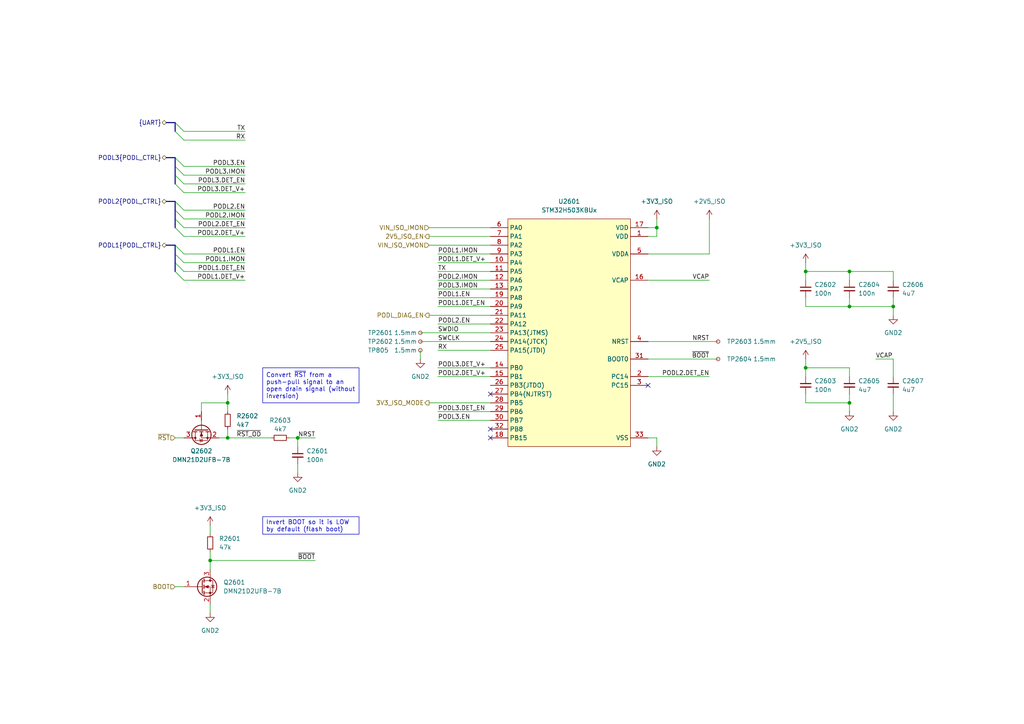
<source format=kicad_sch>
(kicad_sch
	(version 20250114)
	(generator "eeschema")
	(generator_version "9.0")
	(uuid "9f874557-9c13-46d5-a8c6-31810268cf0f")
	(paper "A4")
	(title_block
		(title "Secondary MCU")
		(comment 4 "This MCU performs detection, switching and monitoring, for power over datalines (PoDL).")
	)
	(lib_symbols
		(symbol "Connector:TestPoint_Small"
			(pin_numbers
				(hide yes)
			)
			(pin_names
				(offset 0.762)
				(hide yes)
			)
			(exclude_from_sim no)
			(in_bom yes)
			(on_board yes)
			(property "Reference" "TP"
				(at 0 3.81 0)
				(effects
					(font
						(size 1.27 1.27)
					)
				)
			)
			(property "Value" "TestPoint_Small"
				(at 0 2.032 0)
				(effects
					(font
						(size 1.27 1.27)
					)
				)
			)
			(property "Footprint" ""
				(at 5.08 0 0)
				(effects
					(font
						(size 1.27 1.27)
					)
					(hide yes)
				)
			)
			(property "Datasheet" "~"
				(at 5.08 0 0)
				(effects
					(font
						(size 1.27 1.27)
					)
					(hide yes)
				)
			)
			(property "Description" "test point"
				(at 0 0 0)
				(effects
					(font
						(size 1.27 1.27)
					)
					(hide yes)
				)
			)
			(property "ki_keywords" "test point tp"
				(at 0 0 0)
				(effects
					(font
						(size 1.27 1.27)
					)
					(hide yes)
				)
			)
			(property "ki_fp_filters" "Pin* Test*"
				(at 0 0 0)
				(effects
					(font
						(size 1.27 1.27)
					)
					(hide yes)
				)
			)
			(symbol "TestPoint_Small_0_1"
				(circle
					(center 0 0)
					(radius 0.508)
					(stroke
						(width 0)
						(type default)
					)
					(fill
						(type none)
					)
				)
			)
			(symbol "TestPoint_Small_1_1"
				(pin passive line
					(at 0 0 90)
					(length 0)
					(name "1"
						(effects
							(font
								(size 1.27 1.27)
							)
						)
					)
					(number "1"
						(effects
							(font
								(size 1.27 1.27)
							)
						)
					)
				)
			)
			(embedded_fonts no)
		)
		(symbol "Device:C_Small"
			(pin_numbers
				(hide yes)
			)
			(pin_names
				(offset 0.254)
				(hide yes)
			)
			(exclude_from_sim no)
			(in_bom yes)
			(on_board yes)
			(property "Reference" "C"
				(at 0.254 1.778 0)
				(effects
					(font
						(size 1.27 1.27)
					)
					(justify left)
				)
			)
			(property "Value" "C_Small"
				(at 0.254 -2.032 0)
				(effects
					(font
						(size 1.27 1.27)
					)
					(justify left)
				)
			)
			(property "Footprint" ""
				(at 0 0 0)
				(effects
					(font
						(size 1.27 1.27)
					)
					(hide yes)
				)
			)
			(property "Datasheet" "~"
				(at 0 0 0)
				(effects
					(font
						(size 1.27 1.27)
					)
					(hide yes)
				)
			)
			(property "Description" "Unpolarized capacitor, small symbol"
				(at 0 0 0)
				(effects
					(font
						(size 1.27 1.27)
					)
					(hide yes)
				)
			)
			(property "ki_keywords" "capacitor cap"
				(at 0 0 0)
				(effects
					(font
						(size 1.27 1.27)
					)
					(hide yes)
				)
			)
			(property "ki_fp_filters" "C_*"
				(at 0 0 0)
				(effects
					(font
						(size 1.27 1.27)
					)
					(hide yes)
				)
			)
			(symbol "C_Small_0_1"
				(polyline
					(pts
						(xy -1.524 0.508) (xy 1.524 0.508)
					)
					(stroke
						(width 0.3048)
						(type default)
					)
					(fill
						(type none)
					)
				)
				(polyline
					(pts
						(xy -1.524 -0.508) (xy 1.524 -0.508)
					)
					(stroke
						(width 0.3302)
						(type default)
					)
					(fill
						(type none)
					)
				)
			)
			(symbol "C_Small_1_1"
				(pin passive line
					(at 0 2.54 270)
					(length 2.032)
					(name "~"
						(effects
							(font
								(size 1.27 1.27)
							)
						)
					)
					(number "1"
						(effects
							(font
								(size 1.27 1.27)
							)
						)
					)
				)
				(pin passive line
					(at 0 -2.54 90)
					(length 2.032)
					(name "~"
						(effects
							(font
								(size 1.27 1.27)
							)
						)
					)
					(number "2"
						(effects
							(font
								(size 1.27 1.27)
							)
						)
					)
				)
			)
			(embedded_fonts no)
		)
		(symbol "Device:R_Small"
			(pin_numbers
				(hide yes)
			)
			(pin_names
				(offset 0.254)
				(hide yes)
			)
			(exclude_from_sim no)
			(in_bom yes)
			(on_board yes)
			(property "Reference" "R"
				(at 0 0 90)
				(effects
					(font
						(size 1.016 1.016)
					)
				)
			)
			(property "Value" "R_Small"
				(at 1.778 0 90)
				(effects
					(font
						(size 1.27 1.27)
					)
				)
			)
			(property "Footprint" ""
				(at 0 0 0)
				(effects
					(font
						(size 1.27 1.27)
					)
					(hide yes)
				)
			)
			(property "Datasheet" "~"
				(at 0 0 0)
				(effects
					(font
						(size 1.27 1.27)
					)
					(hide yes)
				)
			)
			(property "Description" "Resistor, small symbol"
				(at 0 0 0)
				(effects
					(font
						(size 1.27 1.27)
					)
					(hide yes)
				)
			)
			(property "ki_keywords" "R resistor"
				(at 0 0 0)
				(effects
					(font
						(size 1.27 1.27)
					)
					(hide yes)
				)
			)
			(property "ki_fp_filters" "R_*"
				(at 0 0 0)
				(effects
					(font
						(size 1.27 1.27)
					)
					(hide yes)
				)
			)
			(symbol "R_Small_0_1"
				(rectangle
					(start -0.762 1.778)
					(end 0.762 -1.778)
					(stroke
						(width 0.2032)
						(type default)
					)
					(fill
						(type none)
					)
				)
			)
			(symbol "R_Small_1_1"
				(pin passive line
					(at 0 2.54 270)
					(length 0.762)
					(name "~"
						(effects
							(font
								(size 1.27 1.27)
							)
						)
					)
					(number "1"
						(effects
							(font
								(size 1.27 1.27)
							)
						)
					)
				)
				(pin passive line
					(at 0 -2.54 90)
					(length 0.762)
					(name "~"
						(effects
							(font
								(size 1.27 1.27)
							)
						)
					)
					(number "2"
						(effects
							(font
								(size 1.27 1.27)
							)
						)
					)
				)
			)
			(embedded_fonts no)
		)
		(symbol "MOSFET:DMN21D2UFB-7B"
			(pin_names
				(hide yes)
			)
			(exclude_from_sim no)
			(in_bom yes)
			(on_board yes)
			(property "Reference" "Q"
				(at 11.43 3.81 0)
				(effects
					(font
						(size 1.27 1.27)
					)
					(justify left top)
				)
			)
			(property "Value" "DMN21D2UFB-7B"
				(at 11.43 1.27 0)
				(effects
					(font
						(size 1.27 1.27)
					)
					(justify left top)
				)
			)
			(property "Footprint" "project_footprints:DMN21D2UFB7B"
				(at 11.43 -98.73 0)
				(effects
					(font
						(size 1.27 1.27)
					)
					(justify left top)
					(hide yes)
				)
			)
			(property "Datasheet" "https://componentsearchengine.com/Datasheets/1/DMN21D2UFB-7B.pdf"
				(at 11.43 -198.73 0)
				(effects
					(font
						(size 1.27 1.27)
					)
					(justify left top)
					(hide yes)
				)
			)
			(property "Description" "MOSFET MOSFET BVDSS: 8V-24V X1-DFN1006-3 T&R 10"
				(at 0 -30.48 0)
				(effects
					(font
						(size 1.27 1.27)
					)
					(hide yes)
				)
			)
			(property "Height" "0.53"
				(at 11.43 -398.73 0)
				(effects
					(font
						(size 1.27 1.27)
					)
					(justify left top)
					(hide yes)
				)
			)
			(property "Mouser Part Number" "621-DMN21D2UFB-7B"
				(at 11.43 -498.73 0)
				(effects
					(font
						(size 1.27 1.27)
					)
					(justify left top)
					(hide yes)
				)
			)
			(property "Mouser Price/Stock" ""
				(at 11.43 -598.73 0)
				(effects
					(font
						(size 1.27 1.27)
					)
					(justify left top)
					(hide yes)
				)
			)
			(property "Manufacturer_Name" "Diodes Incorporated"
				(at 11.43 -698.73 0)
				(effects
					(font
						(size 1.27 1.27)
					)
					(justify left top)
					(hide yes)
				)
			)
			(property "Manufacturer_Part_Number" "DMN21D2UFB-7B"
				(at 11.43 -798.73 0)
				(effects
					(font
						(size 1.27 1.27)
					)
					(justify left top)
					(hide yes)
				)
			)
			(symbol "DMN21D2UFB-7B_0_1"
				(polyline
					(pts
						(xy 5.334 1.905) (xy 5.334 -1.905)
					)
					(stroke
						(width 0.254)
						(type default)
					)
					(fill
						(type none)
					)
				)
				(polyline
					(pts
						(xy 5.334 0) (xy 2.54 0)
					)
					(stroke
						(width 0)
						(type default)
					)
					(fill
						(type none)
					)
				)
				(polyline
					(pts
						(xy 5.842 2.286) (xy 5.842 1.27)
					)
					(stroke
						(width 0.254)
						(type default)
					)
					(fill
						(type none)
					)
				)
				(polyline
					(pts
						(xy 5.842 0.508) (xy 5.842 -0.508)
					)
					(stroke
						(width 0.254)
						(type default)
					)
					(fill
						(type none)
					)
				)
				(polyline
					(pts
						(xy 5.842 -1.27) (xy 5.842 -2.286)
					)
					(stroke
						(width 0.254)
						(type default)
					)
					(fill
						(type none)
					)
				)
				(polyline
					(pts
						(xy 5.842 -1.778) (xy 8.382 -1.778) (xy 8.382 1.778) (xy 5.842 1.778)
					)
					(stroke
						(width 0)
						(type default)
					)
					(fill
						(type none)
					)
				)
				(polyline
					(pts
						(xy 6.096 0) (xy 7.112 0.381) (xy 7.112 -0.381) (xy 6.096 0)
					)
					(stroke
						(width 0)
						(type default)
					)
					(fill
						(type outline)
					)
				)
				(circle
					(center 6.731 0)
					(radius 2.794)
					(stroke
						(width 0.254)
						(type default)
					)
					(fill
						(type none)
					)
				)
				(polyline
					(pts
						(xy 7.62 2.54) (xy 7.62 1.778)
					)
					(stroke
						(width 0)
						(type default)
					)
					(fill
						(type none)
					)
				)
				(circle
					(center 7.62 1.778)
					(radius 0.254)
					(stroke
						(width 0)
						(type default)
					)
					(fill
						(type outline)
					)
				)
				(circle
					(center 7.62 -1.778)
					(radius 0.254)
					(stroke
						(width 0)
						(type default)
					)
					(fill
						(type outline)
					)
				)
				(polyline
					(pts
						(xy 7.62 -2.54) (xy 7.62 0) (xy 5.842 0)
					)
					(stroke
						(width 0)
						(type default)
					)
					(fill
						(type none)
					)
				)
				(polyline
					(pts
						(xy 7.874 0.508) (xy 8.001 0.381) (xy 8.763 0.381) (xy 8.89 0.254)
					)
					(stroke
						(width 0)
						(type default)
					)
					(fill
						(type none)
					)
				)
				(polyline
					(pts
						(xy 8.382 0.381) (xy 8.001 -0.254) (xy 8.763 -0.254) (xy 8.382 0.381)
					)
					(stroke
						(width 0)
						(type default)
					)
					(fill
						(type none)
					)
				)
			)
			(symbol "DMN21D2UFB-7B_1_1"
				(pin input line
					(at 0 0 0)
					(length 2.54)
					(name "G"
						(effects
							(font
								(size 1.27 1.27)
							)
						)
					)
					(number "1"
						(effects
							(font
								(size 1.27 1.27)
							)
						)
					)
				)
				(pin passive line
					(at 7.62 5.08 270)
					(length 2.54)
					(name "D"
						(effects
							(font
								(size 1.27 1.27)
							)
						)
					)
					(number "3"
						(effects
							(font
								(size 1.27 1.27)
							)
						)
					)
				)
				(pin passive line
					(at 7.62 -5.08 90)
					(length 2.54)
					(name "S"
						(effects
							(font
								(size 1.27 1.27)
							)
						)
					)
					(number "2"
						(effects
							(font
								(size 1.27 1.27)
							)
						)
					)
				)
			)
			(embedded_fonts no)
		)
		(symbol "PWR-SYM:+2V5_ISO"
			(power)
			(pin_numbers
				(hide yes)
			)
			(pin_names
				(offset 0)
				(hide yes)
			)
			(exclude_from_sim no)
			(in_bom yes)
			(on_board yes)
			(property "Reference" "#PWR"
				(at 0 -3.81 0)
				(effects
					(font
						(size 1.27 1.27)
					)
					(hide yes)
				)
			)
			(property "Value" "+2V5_ISO"
				(at 0 3.556 0)
				(effects
					(font
						(size 1.27 1.27)
					)
				)
			)
			(property "Footprint" ""
				(at 0 0 0)
				(effects
					(font
						(size 1.27 1.27)
					)
					(hide yes)
				)
			)
			(property "Datasheet" ""
				(at 0 0 0)
				(effects
					(font
						(size 1.27 1.27)
					)
					(hide yes)
				)
			)
			(property "Description" "Power symbol creates a global label with name \"+2V5_ISO\""
				(at 0 0 0)
				(effects
					(font
						(size 1.27 1.27)
					)
					(hide yes)
				)
			)
			(property "ki_keywords" "global power"
				(at 0 0 0)
				(effects
					(font
						(size 1.27 1.27)
					)
					(hide yes)
				)
			)
			(symbol "+2V5_ISO_0_1"
				(polyline
					(pts
						(xy -0.762 1.27) (xy 0 2.54)
					)
					(stroke
						(width 0)
						(type default)
					)
					(fill
						(type none)
					)
				)
				(polyline
					(pts
						(xy 0 2.54) (xy 0.762 1.27)
					)
					(stroke
						(width 0)
						(type default)
					)
					(fill
						(type none)
					)
				)
				(polyline
					(pts
						(xy 0 0) (xy 0 2.54)
					)
					(stroke
						(width 0)
						(type default)
					)
					(fill
						(type none)
					)
				)
			)
			(symbol "+2V5_ISO_1_1"
				(pin power_in line
					(at 0 0 90)
					(length 0)
					(name "~"
						(effects
							(font
								(size 1.27 1.27)
							)
						)
					)
					(number "1"
						(effects
							(font
								(size 1.27 1.27)
							)
						)
					)
				)
			)
			(embedded_fonts no)
		)
		(symbol "PWR-SYM:+3V3_ISO"
			(power)
			(pin_numbers
				(hide yes)
			)
			(pin_names
				(offset 0)
				(hide yes)
			)
			(exclude_from_sim no)
			(in_bom yes)
			(on_board yes)
			(property "Reference" "#PWR"
				(at 0 -3.81 0)
				(effects
					(font
						(size 1.27 1.27)
					)
					(hide yes)
				)
			)
			(property "Value" "+3V3_ISO"
				(at 0 3.556 0)
				(effects
					(font
						(size 1.27 1.27)
					)
				)
			)
			(property "Footprint" ""
				(at 0 0 0)
				(effects
					(font
						(size 1.27 1.27)
					)
					(hide yes)
				)
			)
			(property "Datasheet" ""
				(at 0 0 0)
				(effects
					(font
						(size 1.27 1.27)
					)
					(hide yes)
				)
			)
			(property "Description" "Power symbol creates a global label with name \"+3V3_ISO\""
				(at 0 0 0)
				(effects
					(font
						(size 1.27 1.27)
					)
					(hide yes)
				)
			)
			(property "ki_keywords" "global power"
				(at 0 0 0)
				(effects
					(font
						(size 1.27 1.27)
					)
					(hide yes)
				)
			)
			(symbol "+3V3_ISO_0_1"
				(polyline
					(pts
						(xy -0.762 1.27) (xy 0 2.54)
					)
					(stroke
						(width 0)
						(type default)
					)
					(fill
						(type none)
					)
				)
				(polyline
					(pts
						(xy 0 2.54) (xy 0.762 1.27)
					)
					(stroke
						(width 0)
						(type default)
					)
					(fill
						(type none)
					)
				)
				(polyline
					(pts
						(xy 0 0) (xy 0 2.54)
					)
					(stroke
						(width 0)
						(type default)
					)
					(fill
						(type none)
					)
				)
			)
			(symbol "+3V3_ISO_1_1"
				(pin power_in line
					(at 0 0 90)
					(length 0)
					(name "~"
						(effects
							(font
								(size 1.27 1.27)
							)
						)
					)
					(number "1"
						(effects
							(font
								(size 1.27 1.27)
							)
						)
					)
				)
			)
			(embedded_fonts no)
		)
		(symbol "STM32:STM32H503KBUx"
			(exclude_from_sim no)
			(in_bom yes)
			(on_board yes)
			(property "Reference" "U"
				(at 0 5.08 0)
				(effects
					(font
						(size 1.27 1.27)
					)
				)
			)
			(property "Value" "STM32H503KBUx"
				(at 0 2.54 0)
				(effects
					(font
						(size 1.27 1.27)
					)
				)
			)
			(property "Footprint" "project_footprints:QFN-32-1EP_5x5mm_P0.5mm_EP3.45x3.45mm"
				(at 29.21 -90.17 0)
				(effects
					(font
						(size 1.27 1.27)
					)
					(justify right)
					(hide yes)
				)
			)
			(property "Datasheet" "https://www.st.com/resource/en/datasheet/stm32h503kb.pdf"
				(at 0 -90.17 0)
				(effects
					(font
						(size 1.27 1.27)
					)
					(hide yes)
				)
			)
			(property "Description" "STMicroelectronics Arm Cortex-M33 MCU, 128KB flash, 32KB RAM, 250 MHz, 26 GPIO, UFQFPN32"
				(at 0 -90.17 0)
				(effects
					(font
						(size 1.27 1.27)
					)
					(hide yes)
				)
			)
			(property "ki_keywords" "Arm Cortex-M33 STM32H5 STM32H503"
				(at 0 0 0)
				(effects
					(font
						(size 1.27 1.27)
					)
					(hide yes)
				)
			)
			(property "ki_fp_filters" "QFN*1EP*5x5mm*P0.5mm*"
				(at 0 0 0)
				(effects
					(font
						(size 1.27 1.27)
					)
					(hide yes)
				)
			)
			(symbol "STM32H503KBUx_1_1"
				(rectangle
					(start -17.78 0)
					(end 17.78 -66.04)
					(stroke
						(width 0)
						(type solid)
					)
					(fill
						(type background)
					)
				)
				(pin bidirectional line
					(at -22.86 -2.54 0)
					(length 5.08)
					(name "PA0"
						(effects
							(font
								(size 1.27 1.27)
							)
						)
					)
					(number "6"
						(effects
							(font
								(size 1.27 1.27)
							)
						)
					)
					(alternate "ADC1_INN1" bidirectional line)
					(alternate "ADC1_INP0" bidirectional line)
					(alternate "COMP1_INP" bidirectional line)
					(alternate "I2S1_SDI" bidirectional line)
					(alternate "I2S2_MCK" bidirectional line)
					(alternate "I2S3_WS" bidirectional line)
					(alternate "LPTIM1_ETR" bidirectional line)
					(alternate "LPTIM1_IN2" bidirectional line)
					(alternate "LPTIM2_ETR" bidirectional line)
					(alternate "OPAMP1_VINP" bidirectional line)
					(alternate "PWR_WKUP1" bidirectional line)
					(alternate "RTC_OUT2" bidirectional line)
					(alternate "SPI1_MISO" bidirectional line)
					(alternate "SPI3_NSS" bidirectional line)
					(alternate "SPI3_RDY" bidirectional line)
					(alternate "TAMP_IN2" bidirectional line)
					(alternate "TAMP_OUT1" bidirectional line)
					(alternate "TIM2_CH1" bidirectional line)
					(alternate "TIM2_ETR" bidirectional line)
					(alternate "TIM3_CH1" bidirectional line)
					(alternate "USART1_CTS" bidirectional line)
					(alternate "USART1_NSS" bidirectional line)
					(alternate "USART2_CTS" bidirectional line)
					(alternate "USART2_NSS" bidirectional line)
					(alternate "USART3_CK" bidirectional line)
					(alternate "USART3_CTS" bidirectional line)
					(alternate "USART3_NSS" bidirectional line)
				)
				(pin bidirectional line
					(at -22.86 -5.08 0)
					(length 5.08)
					(name "PA1"
						(effects
							(font
								(size 1.27 1.27)
							)
						)
					)
					(number "7"
						(effects
							(font
								(size 1.27 1.27)
							)
						)
					)
					(alternate "ADC1_INP1" bidirectional line)
					(alternate "I2S1_WS" bidirectional line)
					(alternate "I2S3_CK" bidirectional line)
					(alternate "LPTIM1_IN1" bidirectional line)
					(alternate "SPI1_NSS" bidirectional line)
					(alternate "SPI2_RDY" bidirectional line)
					(alternate "SPI3_SCK" bidirectional line)
					(alternate "TIM1_CH3" bidirectional line)
					(alternate "TIM2_CH2" bidirectional line)
					(alternate "USART1_RX" bidirectional line)
					(alternate "USART2_CK" bidirectional line)
					(alternate "USART2_DE" bidirectional line)
					(alternate "USART2_RTS" bidirectional line)
				)
				(pin bidirectional line
					(at -22.86 -7.62 0)
					(length 5.08)
					(name "PA2"
						(effects
							(font
								(size 1.27 1.27)
							)
						)
					)
					(number "8"
						(effects
							(font
								(size 1.27 1.27)
							)
						)
					)
					(alternate "ADC1_INP14" bidirectional line)
					(alternate "I2S1_CK" bidirectional line)
					(alternate "I2S3_SDI" bidirectional line)
					(alternate "LPTIM1_IN2" bidirectional line)
					(alternate "LPUART1_RX" bidirectional line)
					(alternate "PWR_WKUP2" bidirectional line)
					(alternate "SPI1_SCK" bidirectional line)
					(alternate "SPI3_MISO" bidirectional line)
					(alternate "TIM1_CH4" bidirectional line)
					(alternate "TIM2_CH3" bidirectional line)
					(alternate "TIM3_ETR" bidirectional line)
					(alternate "USART1_TX" bidirectional line)
					(alternate "USART2_TX" bidirectional line)
				)
				(pin bidirectional line
					(at -22.86 -10.16 0)
					(length 5.08)
					(name "PA3"
						(effects
							(font
								(size 1.27 1.27)
							)
						)
					)
					(number "9"
						(effects
							(font
								(size 1.27 1.27)
							)
						)
					)
					(alternate "ADC1_INP15" bidirectional line)
					(alternate "I2S1_SDI" bidirectional line)
					(alternate "I2S2_WS" bidirectional line)
					(alternate "I2S3_SDO" bidirectional line)
					(alternate "LPUART1_TX" bidirectional line)
					(alternate "SPI1_MISO" bidirectional line)
					(alternate "SPI2_NSS" bidirectional line)
					(alternate "SPI3_MOSI" bidirectional line)
					(alternate "TIM1_CH1N" bidirectional line)
					(alternate "TIM2_CH4" bidirectional line)
					(alternate "USART1_CK" bidirectional line)
					(alternate "USART2_RX" bidirectional line)
					(alternate "USART3_RX" bidirectional line)
				)
				(pin bidirectional line
					(at -22.86 -12.7 0)
					(length 5.08)
					(name "PA4"
						(effects
							(font
								(size 1.27 1.27)
							)
						)
					)
					(number "10"
						(effects
							(font
								(size 1.27 1.27)
							)
						)
					)
					(alternate "ADC1_INP18" bidirectional line)
					(alternate "DAC1_OUT1" bidirectional line)
					(alternate "I2S1_SDO" bidirectional line)
					(alternate "I2S1_WS" bidirectional line)
					(alternate "I2S3_SDI" bidirectional line)
					(alternate "I2S3_WS" bidirectional line)
					(alternate "LPTIM2_CH1" bidirectional line)
					(alternate "SPI1_MOSI" bidirectional line)
					(alternate "SPI1_NSS" bidirectional line)
					(alternate "SPI3_MISO" bidirectional line)
					(alternate "SPI3_NSS" bidirectional line)
					(alternate "TIM1_BKIN" bidirectional line)
					(alternate "TIM1_CH2N" bidirectional line)
					(alternate "USART1_DE" bidirectional line)
					(alternate "USART1_RTS" bidirectional line)
					(alternate "USART2_CK" bidirectional line)
					(alternate "USART3_TX" bidirectional line)
				)
				(pin bidirectional line
					(at -22.86 -15.24 0)
					(length 5.08)
					(name "PA5"
						(effects
							(font
								(size 1.27 1.27)
							)
						)
					)
					(number "11"
						(effects
							(font
								(size 1.27 1.27)
							)
						)
					)
					(alternate "ADC1_INN18" bidirectional line)
					(alternate "ADC1_INP19" bidirectional line)
					(alternate "COMP1_INM" bidirectional line)
					(alternate "DAC1_OUT2" bidirectional line)
					(alternate "I2S1_CK" bidirectional line)
					(alternate "I2S1_MCK" bidirectional line)
					(alternate "I2S2_CK" bidirectional line)
					(alternate "I2S3_SDO" bidirectional line)
					(alternate "LPTIM1_CH1" bidirectional line)
					(alternate "LPTIM1_ETR" bidirectional line)
					(alternate "LPTIM2_CH2" bidirectional line)
					(alternate "LPUART1_DE" bidirectional line)
					(alternate "LPUART1_RTS" bidirectional line)
					(alternate "PWR_CSTOP" bidirectional line)
					(alternate "SPI1_SCK" bidirectional line)
					(alternate "SPI2_SCK" bidirectional line)
					(alternate "SPI3_MOSI" bidirectional line)
					(alternate "TIM2_CH1" bidirectional line)
					(alternate "TIM2_ETR" bidirectional line)
					(alternate "USART2_CTS" bidirectional line)
					(alternate "USART2_NSS" bidirectional line)
					(alternate "USART2_TX" bidirectional line)
					(alternate "USART3_RX" bidirectional line)
				)
				(pin bidirectional line
					(at -22.86 -17.78 0)
					(length 5.08)
					(name "PA6"
						(effects
							(font
								(size 1.27 1.27)
							)
						)
					)
					(number "12"
						(effects
							(font
								(size 1.27 1.27)
							)
						)
					)
					(alternate "ADC1_INP3" bidirectional line)
					(alternate "I2S1_SDI" bidirectional line)
					(alternate "SPI1_MISO" bidirectional line)
					(alternate "TIM1_BKIN" bidirectional line)
					(alternate "TIM3_CH1" bidirectional line)
				)
				(pin bidirectional line
					(at -22.86 -20.32 0)
					(length 5.08)
					(name "PA7"
						(effects
							(font
								(size 1.27 1.27)
							)
						)
					)
					(number "13"
						(effects
							(font
								(size 1.27 1.27)
							)
						)
					)
					(alternate "ADC1_INN3" bidirectional line)
					(alternate "ADC1_INP7" bidirectional line)
					(alternate "AUDIOCLK" bidirectional line)
					(alternate "I2S1_MCK" bidirectional line)
					(alternate "I2S1_SDO" bidirectional line)
					(alternate "I2S2_MCK" bidirectional line)
					(alternate "I2S2_SDI" bidirectional line)
					(alternate "I2S3_MCK" bidirectional line)
					(alternate "LPTIM2_ETR" bidirectional line)
					(alternate "OPAMP1_VOUT" bidirectional line)
					(alternate "PWR_CSLEEP" bidirectional line)
					(alternate "SPI1_MOSI" bidirectional line)
					(alternate "SPI2_MISO" bidirectional line)
					(alternate "TIM1_CH1N" bidirectional line)
					(alternate "TIM2_CH3" bidirectional line)
					(alternate "TIM3_CH2" bidirectional line)
					(alternate "USART1_DE" bidirectional line)
					(alternate "USART1_RTS" bidirectional line)
					(alternate "USART3_CK" bidirectional line)
					(alternate "USART3_DE" bidirectional line)
					(alternate "USART3_RTS" bidirectional line)
				)
				(pin bidirectional line
					(at -22.86 -22.86 0)
					(length 5.08)
					(name "PA8"
						(effects
							(font
								(size 1.27 1.27)
							)
						)
					)
					(number "19"
						(effects
							(font
								(size 1.27 1.27)
							)
						)
					)
					(alternate "FDCAN1_RX" bidirectional line)
					(alternate "I2S1_CK" bidirectional line)
					(alternate "I2S2_SDO" bidirectional line)
					(alternate "I2S2_WS" bidirectional line)
					(alternate "LPTIM2_IN1" bidirectional line)
					(alternate "LPUART1_CTS" bidirectional line)
					(alternate "RCC_MCO_1" bidirectional line)
					(alternate "SPI1_RDY" bidirectional line)
					(alternate "SPI1_SCK" bidirectional line)
					(alternate "SPI2_MOSI" bidirectional line)
					(alternate "SPI2_NSS" bidirectional line)
					(alternate "TIM1_CH1" bidirectional line)
					(alternate "TIM1_CH4N" bidirectional line)
					(alternate "TIM3_CH3" bidirectional line)
					(alternate "USART1_CK" bidirectional line)
					(alternate "USART2_TX" bidirectional line)
					(alternate "USART3_TX" bidirectional line)
					(alternate "USB_SOF" bidirectional line)
				)
				(pin bidirectional line
					(at -22.86 -25.4 0)
					(length 5.08)
					(name "PA9"
						(effects
							(font
								(size 1.27 1.27)
							)
						)
					)
					(number "20"
						(effects
							(font
								(size 1.27 1.27)
							)
						)
					)
					(alternate "DAC1_EXTI9" bidirectional line)
					(alternate "DEBUG_TRACED2" bidirectional line)
					(alternate "I2S1_SDI" bidirectional line)
					(alternate "I2S2_CK" bidirectional line)
					(alternate "I2S3_SDO" bidirectional line)
					(alternate "LPUART1_TX" bidirectional line)
					(alternate "SPI1_MISO" bidirectional line)
					(alternate "SPI2_SCK" bidirectional line)
					(alternate "SPI3_MOSI" bidirectional line)
					(alternate "TIM1_CH2" bidirectional line)
					(alternate "USART1_TX" bidirectional line)
					(alternate "USART3_CK" bidirectional line)
				)
				(pin bidirectional line
					(at -22.86 -27.94 0)
					(length 5.08)
					(name "PA11"
						(effects
							(font
								(size 1.27 1.27)
							)
						)
					)
					(number "21"
						(effects
							(font
								(size 1.27 1.27)
							)
						)
					)
					(alternate "ADC1_EXTI11" bidirectional line)
					(alternate "DEBUG_TRGIO" bidirectional line)
					(alternate "FDCAN1_RX" bidirectional line)
					(alternate "I2S2_WS" bidirectional line)
					(alternate "LPTIM2_CH2" bidirectional line)
					(alternate "LPUART1_CTS" bidirectional line)
					(alternate "SPI2_NSS" bidirectional line)
					(alternate "SPI3_RDY" bidirectional line)
					(alternate "TIM1_CH4" bidirectional line)
					(alternate "TIM3_CH2" bidirectional line)
					(alternate "USART1_CTS" bidirectional line)
					(alternate "USART1_NSS" bidirectional line)
					(alternate "USART1_RX" bidirectional line)
					(alternate "USART2_RX" bidirectional line)
					(alternate "USART3_DE" bidirectional line)
					(alternate "USART3_RTS" bidirectional line)
					(alternate "USB_DM" bidirectional line)
				)
				(pin bidirectional line
					(at -22.86 -30.48 0)
					(length 5.08)
					(name "PA12"
						(effects
							(font
								(size 1.27 1.27)
							)
						)
					)
					(number "22"
						(effects
							(font
								(size 1.27 1.27)
							)
						)
					)
					(alternate "DEBUG_TRACED3" bidirectional line)
					(alternate "FDCAN1_TX" bidirectional line)
					(alternate "I2S2_CK" bidirectional line)
					(alternate "LPUART1_DE" bidirectional line)
					(alternate "LPUART1_RTS" bidirectional line)
					(alternate "SPI2_RDY" bidirectional line)
					(alternate "SPI2_SCK" bidirectional line)
					(alternate "TIM1_ETR" bidirectional line)
					(alternate "TIM2_CH4" bidirectional line)
					(alternate "TIM3_CH4" bidirectional line)
					(alternate "USART1_DE" bidirectional line)
					(alternate "USART1_RTS" bidirectional line)
					(alternate "USART1_TX" bidirectional line)
					(alternate "USART2_TX" bidirectional line)
					(alternate "USART3_RX" bidirectional line)
					(alternate "USB_DP" bidirectional line)
				)
				(pin bidirectional line
					(at -22.86 -33.02 0)
					(length 5.08)
					(name "PA13(JTMS)"
						(effects
							(font
								(size 1.27 1.27)
							)
						)
					)
					(number "23"
						(effects
							(font
								(size 1.27 1.27)
							)
						)
					)
					(alternate "COMP1_OUT" bidirectional line)
					(alternate "DEBUG_JTMS-SWDIO" bidirectional line)
					(alternate "LPTIM1_CH1" bidirectional line)
					(alternate "LPUART1_CTS" bidirectional line)
					(alternate "TIM1_CH1" bidirectional line)
					(alternate "TIM1_ETR" bidirectional line)
					(alternate "USART1_RX" bidirectional line)
					(alternate "USART2_RX" bidirectional line)
				)
				(pin bidirectional line
					(at -22.86 -35.56 0)
					(length 5.08)
					(name "PA14(JTCK)"
						(effects
							(font
								(size 1.27 1.27)
							)
						)
					)
					(number "24"
						(effects
							(font
								(size 1.27 1.27)
							)
						)
					)
					(alternate "DEBUG_JTCK-SWCLK" bidirectional line)
					(alternate "LPTIM1_ETR" bidirectional line)
					(alternate "LPTIM2_CH1" bidirectional line)
					(alternate "LPUART1_DE" bidirectional line)
					(alternate "LPUART1_RTS" bidirectional line)
					(alternate "TIM1_CH2" bidirectional line)
					(alternate "TIM1_CH4N" bidirectional line)
					(alternate "TIM3_CH1" bidirectional line)
					(alternate "USART1_TX" bidirectional line)
					(alternate "USART2_TX" bidirectional line)
				)
				(pin bidirectional line
					(at -22.86 -38.1 0)
					(length 5.08)
					(name "PA15(JTDI)"
						(effects
							(font
								(size 1.27 1.27)
							)
						)
					)
					(number "25"
						(effects
							(font
								(size 1.27 1.27)
							)
						)
					)
					(alternate "ADC1_EXTI15" bidirectional line)
					(alternate "DEBUG_JTDI" bidirectional line)
					(alternate "I2S1_WS" bidirectional line)
					(alternate "I2S2_SDI" bidirectional line)
					(alternate "I2S3_CK" bidirectional line)
					(alternate "I2S3_WS" bidirectional line)
					(alternate "LPTIM1_IN2" bidirectional line)
					(alternate "LPTIM2_CH1" bidirectional line)
					(alternate "SPI1_NSS" bidirectional line)
					(alternate "SPI2_MISO" bidirectional line)
					(alternate "SPI3_NSS" bidirectional line)
					(alternate "SPI3_SCK" bidirectional line)
					(alternate "TIM2_CH1" bidirectional line)
					(alternate "TIM2_ETR" bidirectional line)
					(alternate "USART1_CTS" bidirectional line)
					(alternate "USART1_NSS" bidirectional line)
					(alternate "USART2_CK" bidirectional line)
					(alternate "USART2_DE" bidirectional line)
					(alternate "USART2_RTS" bidirectional line)
					(alternate "USART2_RX" bidirectional line)
					(alternate "USART3_RX" bidirectional line)
				)
				(pin bidirectional line
					(at -22.86 -43.18 0)
					(length 5.08)
					(name "PB0"
						(effects
							(font
								(size 1.27 1.27)
							)
						)
					)
					(number "14"
						(effects
							(font
								(size 1.27 1.27)
							)
						)
					)
					(alternate "ADC1_INN5" bidirectional line)
					(alternate "ADC1_INP9" bidirectional line)
					(alternate "COMP1_INP" bidirectional line)
					(alternate "LPTIM1_IN1" bidirectional line)
					(alternate "OPAMP1_VINP" bidirectional line)
					(alternate "TIM1_CH2N" bidirectional line)
					(alternate "TIM1_ETR" bidirectional line)
					(alternate "TIM3_CH3" bidirectional line)
					(alternate "USART2_TX" bidirectional line)
				)
				(pin bidirectional line
					(at -22.86 -45.72 0)
					(length 5.08)
					(name "PB1"
						(effects
							(font
								(size 1.27 1.27)
							)
						)
					)
					(number "15"
						(effects
							(font
								(size 1.27 1.27)
							)
						)
					)
					(alternate "ADC1_INP5" bidirectional line)
					(alternate "COMP1_INM" bidirectional line)
					(alternate "COMP1_OUT" bidirectional line)
					(alternate "I2S2_SDO" bidirectional line)
					(alternate "LPTIM1_IN2" bidirectional line)
					(alternate "LPTIM2_ETR" bidirectional line)
					(alternate "OPAMP1_VINM" bidirectional line)
					(alternate "OPAMP1_VINM1" bidirectional line)
					(alternate "SPI2_MOSI" bidirectional line)
					(alternate "TIM1_CH1" bidirectional line)
					(alternate "TIM1_CH3N" bidirectional line)
					(alternate "TIM3_CH4" bidirectional line)
					(alternate "USART2_RX" bidirectional line)
				)
				(pin bidirectional line
					(at -22.86 -48.26 0)
					(length 5.08)
					(name "PB3(JTDO)"
						(effects
							(font
								(size 1.27 1.27)
							)
						)
					)
					(number "26"
						(effects
							(font
								(size 1.27 1.27)
							)
						)
					)
					(alternate "CRS_SYNC" bidirectional line)
					(alternate "DEBUG_JTDO-SWO" bidirectional line)
					(alternate "FDCAN1_RX" bidirectional line)
					(alternate "I2C1_SMBA" bidirectional line)
					(alternate "I2C2_SCL" bidirectional line)
					(alternate "I2C2_SDA" bidirectional line)
					(alternate "I2S1_CK" bidirectional line)
					(alternate "I2S2_MCK" bidirectional line)
					(alternate "I2S3_CK" bidirectional line)
					(alternate "I3C2_SCL" bidirectional line)
					(alternate "LPTIM1_CH1" bidirectional line)
					(alternate "SPI1_SCK" bidirectional line)
					(alternate "SPI3_SCK" bidirectional line)
					(alternate "TIM1_BKIN" bidirectional line)
					(alternate "TIM2_CH2" bidirectional line)
					(alternate "USART3_TX" bidirectional line)
				)
				(pin bidirectional line
					(at -22.86 -50.8 0)
					(length 5.08)
					(name "PB4(NJTRST)"
						(effects
							(font
								(size 1.27 1.27)
							)
						)
					)
					(number "27"
						(effects
							(font
								(size 1.27 1.27)
							)
						)
					)
					(alternate "DEBUG_JTRST" bidirectional line)
					(alternate "FDCAN1_TX" bidirectional line)
					(alternate "I2C1_SMBA" bidirectional line)
					(alternate "I2C2_SDA" bidirectional line)
					(alternate "I2S1_SDI" bidirectional line)
					(alternate "I2S2_WS" bidirectional line)
					(alternate "I2S3_SDI" bidirectional line)
					(alternate "I3C2_SDA" bidirectional line)
					(alternate "LPTIM1_CH2" bidirectional line)
					(alternate "SPI1_MISO" bidirectional line)
					(alternate "SPI2_NSS" bidirectional line)
					(alternate "SPI3_MISO" bidirectional line)
					(alternate "TIM1_CH2" bidirectional line)
					(alternate "TIM1_CH4N" bidirectional line)
					(alternate "TIM3_CH1" bidirectional line)
					(alternate "USART2_TX" bidirectional line)
				)
				(pin bidirectional line
					(at -22.86 -53.34 0)
					(length 5.08)
					(name "PB5"
						(effects
							(font
								(size 1.27 1.27)
							)
						)
					)
					(number "28"
						(effects
							(font
								(size 1.27 1.27)
							)
						)
					)
					(alternate "DEBUG_TRACECLK" bidirectional line)
					(alternate "FDCAN1_RX" bidirectional line)
					(alternate "I2C1_SDA" bidirectional line)
					(alternate "I2C1_SMBA" bidirectional line)
					(alternate "I2C2_SCL" bidirectional line)
					(alternate "I2S1_SDO" bidirectional line)
					(alternate "I2S2_SDI" bidirectional line)
					(alternate "I2S3_SDO" bidirectional line)
					(alternate "I3C1_SDA" bidirectional line)
					(alternate "I3C2_SCL" bidirectional line)
					(alternate "LPTIM1_IN1" bidirectional line)
					(alternate "SPI1_MOSI" bidirectional line)
					(alternate "SPI2_MISO" bidirectional line)
					(alternate "SPI3_MOSI" bidirectional line)
					(alternate "TIM1_CH3" bidirectional line)
					(alternate "TIM3_CH2" bidirectional line)
					(alternate "USART2_RX" bidirectional line)
				)
				(pin bidirectional line
					(at -22.86 -55.88 0)
					(length 5.08)
					(name "PB6"
						(effects
							(font
								(size 1.27 1.27)
							)
						)
					)
					(number "29"
						(effects
							(font
								(size 1.27 1.27)
							)
						)
					)
					(alternate "DEBUG_TRACED0" bidirectional line)
					(alternate "FDCAN1_TX" bidirectional line)
					(alternate "I2C1_SCL" bidirectional line)
					(alternate "I2S1_MCK" bidirectional line)
					(alternate "I3C1_SCL" bidirectional line)
					(alternate "LPUART1_TX" bidirectional line)
					(alternate "SPI3_RDY" bidirectional line)
					(alternate "TIM1_CH2" bidirectional line)
					(alternate "TIM1_CH3N" bidirectional line)
					(alternate "TIM3_CH3" bidirectional line)
					(alternate "USART1_TX" bidirectional line)
					(alternate "USART2_CK" bidirectional line)
					(alternate "USART2_CTS" bidirectional line)
					(alternate "USART2_NSS" bidirectional line)
				)
				(pin bidirectional line
					(at -22.86 -58.42 0)
					(length 5.08)
					(name "PB7"
						(effects
							(font
								(size 1.27 1.27)
							)
						)
					)
					(number "30"
						(effects
							(font
								(size 1.27 1.27)
							)
						)
					)
					(alternate "AUDIOCLK" bidirectional line)
					(alternate "DEBUG_TRACED1" bidirectional line)
					(alternate "FDCAN1_TX" bidirectional line)
					(alternate "I2C1_SDA" bidirectional line)
					(alternate "I2C2_SMBA" bidirectional line)
					(alternate "I2S3_CK" bidirectional line)
					(alternate "I2S3_MCK" bidirectional line)
					(alternate "I3C1_SDA" bidirectional line)
					(alternate "LPUART1_RX" bidirectional line)
					(alternate "PWR_WKUP5" bidirectional line)
					(alternate "SPI3_SCK" bidirectional line)
					(alternate "TIM1_CH1" bidirectional line)
					(alternate "TIM1_CH2N" bidirectional line)
					(alternate "TIM3_ETR" bidirectional line)
					(alternate "USART1_RX" bidirectional line)
					(alternate "USART3_TX" bidirectional line)
				)
				(pin bidirectional line
					(at -22.86 -60.96 0)
					(length 5.08)
					(name "PB8"
						(effects
							(font
								(size 1.27 1.27)
							)
						)
					)
					(number "32"
						(effects
							(font
								(size 1.27 1.27)
							)
						)
					)
					(alternate "DEBUG_TRACED2" bidirectional line)
					(alternate "FDCAN1_RX" bidirectional line)
					(alternate "I2C1_SCL" bidirectional line)
					(alternate "I2C2_SDA" bidirectional line)
					(alternate "I2C2_SMBA" bidirectional line)
					(alternate "I2S1_WS" bidirectional line)
					(alternate "I2S2_MCK" bidirectional line)
					(alternate "I3C1_SCL" bidirectional line)
					(alternate "I3C2_SDA" bidirectional line)
					(alternate "LPTIM1_CH2" bidirectional line)
					(alternate "LPTIM2_CH1" bidirectional line)
					(alternate "SPI1_NSS" bidirectional line)
					(alternate "SPI2_RDY" bidirectional line)
					(alternate "TIM1_BKIN2" bidirectional line)
					(alternate "USART1_CK" bidirectional line)
					(alternate "USART3_RX" bidirectional line)
				)
				(pin bidirectional line
					(at -22.86 -63.5 0)
					(length 5.08)
					(name "PB15"
						(effects
							(font
								(size 1.27 1.27)
							)
						)
					)
					(number "18"
						(effects
							(font
								(size 1.27 1.27)
							)
						)
					)
					(alternate "ADC1_EXTI15" bidirectional line)
					(alternate "COMP1_OUT" bidirectional line)
					(alternate "FDCAN1_TX" bidirectional line)
					(alternate "I2S2_SDO" bidirectional line)
					(alternate "I2S3_MCK" bidirectional line)
					(alternate "I2S3_SDI" bidirectional line)
					(alternate "LPTIM1_CH1" bidirectional line)
					(alternate "LPTIM2_IN2" bidirectional line)
					(alternate "LPUART1_RX" bidirectional line)
					(alternate "PWR_PVD_IN" bidirectional line)
					(alternate "RTC_REFIN" bidirectional line)
					(alternate "SPI2_MOSI" bidirectional line)
					(alternate "SPI3_MISO" bidirectional line)
					(alternate "TIM1_CH3N" bidirectional line)
					(alternate "TIM3_CH4" bidirectional line)
					(alternate "USART1_RX" bidirectional line)
					(alternate "USART2_DE" bidirectional line)
					(alternate "USART2_RTS" bidirectional line)
					(alternate "USART2_RX" bidirectional line)
					(alternate "USART3_CTS" bidirectional line)
					(alternate "USART3_NSS" bidirectional line)
				)
				(pin power_in line
					(at 22.86 -2.54 180)
					(length 5.08)
					(name "VDD"
						(effects
							(font
								(size 1.27 1.27)
							)
						)
					)
					(number "17"
						(effects
							(font
								(size 1.27 1.27)
							)
						)
					)
				)
				(pin power_in line
					(at 22.86 -5.08 180)
					(length 5.08)
					(name "VDD"
						(effects
							(font
								(size 1.27 1.27)
							)
						)
					)
					(number "1"
						(effects
							(font
								(size 1.27 1.27)
							)
						)
					)
				)
				(pin power_in line
					(at 22.86 -10.16 180)
					(length 5.08)
					(name "VDDA"
						(effects
							(font
								(size 1.27 1.27)
							)
						)
					)
					(number "5"
						(effects
							(font
								(size 1.27 1.27)
							)
						)
					)
				)
				(pin power_out line
					(at 22.86 -17.78 180)
					(length 5.08)
					(name "VCAP"
						(effects
							(font
								(size 1.27 1.27)
							)
						)
					)
					(number "16"
						(effects
							(font
								(size 1.27 1.27)
							)
						)
					)
				)
				(pin input line
					(at 22.86 -35.56 180)
					(length 5.08)
					(name "NRST"
						(effects
							(font
								(size 1.27 1.27)
							)
						)
					)
					(number "4"
						(effects
							(font
								(size 1.27 1.27)
							)
						)
					)
				)
				(pin input line
					(at 22.86 -40.64 180)
					(length 5.08)
					(name "BOOT0"
						(effects
							(font
								(size 1.27 1.27)
							)
						)
					)
					(number "31"
						(effects
							(font
								(size 1.27 1.27)
							)
						)
					)
				)
				(pin bidirectional line
					(at 22.86 -45.72 180)
					(length 5.08)
					(name "PC14"
						(effects
							(font
								(size 1.27 1.27)
							)
						)
					)
					(number "2"
						(effects
							(font
								(size 1.27 1.27)
							)
						)
					)
					(alternate "RCC_OSC32_IN" bidirectional line)
				)
				(pin bidirectional line
					(at 22.86 -48.26 180)
					(length 5.08)
					(name "PC15"
						(effects
							(font
								(size 1.27 1.27)
							)
						)
					)
					(number "3"
						(effects
							(font
								(size 1.27 1.27)
							)
						)
					)
					(alternate "ADC1_EXTI15" bidirectional line)
					(alternate "RCC_OSC32_OUT" bidirectional line)
				)
				(pin power_in line
					(at 22.86 -63.5 180)
					(length 5.08)
					(name "VSS"
						(effects
							(font
								(size 1.27 1.27)
							)
						)
					)
					(number "33"
						(effects
							(font
								(size 1.27 1.27)
							)
						)
					)
				)
			)
			(embedded_fonts no)
		)
		(symbol "power:GND2"
			(power)
			(pin_numbers
				(hide yes)
			)
			(pin_names
				(offset 0)
				(hide yes)
			)
			(exclude_from_sim no)
			(in_bom yes)
			(on_board yes)
			(property "Reference" "#PWR"
				(at 0 -6.35 0)
				(effects
					(font
						(size 1.27 1.27)
					)
					(hide yes)
				)
			)
			(property "Value" "GND2"
				(at 0 -3.81 0)
				(effects
					(font
						(size 1.27 1.27)
					)
				)
			)
			(property "Footprint" ""
				(at 0 0 0)
				(effects
					(font
						(size 1.27 1.27)
					)
					(hide yes)
				)
			)
			(property "Datasheet" ""
				(at 0 0 0)
				(effects
					(font
						(size 1.27 1.27)
					)
					(hide yes)
				)
			)
			(property "Description" "Power symbol creates a global label with name \"GND2\" , ground"
				(at 0 0 0)
				(effects
					(font
						(size 1.27 1.27)
					)
					(hide yes)
				)
			)
			(property "ki_keywords" "global power"
				(at 0 0 0)
				(effects
					(font
						(size 1.27 1.27)
					)
					(hide yes)
				)
			)
			(symbol "GND2_0_1"
				(polyline
					(pts
						(xy 0 0) (xy 0 -1.27) (xy 1.27 -1.27) (xy 0 -2.54) (xy -1.27 -1.27) (xy 0 -1.27)
					)
					(stroke
						(width 0)
						(type default)
					)
					(fill
						(type none)
					)
				)
			)
			(symbol "GND2_1_1"
				(pin power_in line
					(at 0 0 270)
					(length 0)
					(name "~"
						(effects
							(font
								(size 1.27 1.27)
							)
						)
					)
					(number "1"
						(effects
							(font
								(size 1.27 1.27)
							)
						)
					)
				)
			)
			(embedded_fonts no)
		)
	)
	(text_box "Invert BOOT so it is LOW by default (flash boot)"
		(exclude_from_sim no)
		(at 76.2 149.86 0)
		(size 27.94 5.08)
		(margins 0.9525 0.9525 0.9525 0.9525)
		(stroke
			(width 0)
			(type solid)
		)
		(fill
			(type none)
		)
		(effects
			(font
				(size 1.27 1.27)
			)
			(justify left)
		)
		(uuid "5de733b0-f9f4-47c9-bf6e-f02fe01a2622")
	)
	(text_box "Convert ~{RST} from a push-pull signal to an open drain signal (without inversion)"
		(exclude_from_sim no)
		(at 76.2 106.68 0)
		(size 27.94 10.16)
		(margins 0.9525 0.9525 0.9525 0.9525)
		(stroke
			(width 0)
			(type solid)
		)
		(fill
			(type none)
		)
		(effects
			(font
				(size 1.27 1.27)
			)
			(justify left)
		)
		(uuid "9ebe1165-1460-435b-b43a-85b432615a0e")
	)
	(junction
		(at 190.5 66.04)
		(diameter 0)
		(color 0 0 0 0)
		(uuid "15263512-8069-4118-8194-fa9b4ee7a467")
	)
	(junction
		(at 246.38 88.9)
		(diameter 0)
		(color 0 0 0 0)
		(uuid "220e0fc7-7aa8-4d0f-976c-48d3aef33d34")
	)
	(junction
		(at 246.38 78.74)
		(diameter 0)
		(color 0 0 0 0)
		(uuid "45c3b81f-4c52-430b-be49-bb8aa5dbe203")
	)
	(junction
		(at 66.04 127)
		(diameter 0)
		(color 0 0 0 0)
		(uuid "60f9be95-6fe5-4c52-97fc-7bf033bcc318")
	)
	(junction
		(at 233.68 106.68)
		(diameter 0)
		(color 0 0 0 0)
		(uuid "6369f043-9932-4672-8b69-145e97edf498")
	)
	(junction
		(at 60.96 162.56)
		(diameter 0)
		(color 0 0 0 0)
		(uuid "8694dcb9-3a3b-4658-bda9-31d7ed27aae4")
	)
	(junction
		(at 86.36 127)
		(diameter 0)
		(color 0 0 0 0)
		(uuid "88178e71-74f6-43b3-b4fb-3524f90dba2d")
	)
	(junction
		(at 259.08 88.9)
		(diameter 0)
		(color 0 0 0 0)
		(uuid "930572d9-1a69-4457-b704-33631f0d6fe6")
	)
	(junction
		(at 246.38 116.84)
		(diameter 0)
		(color 0 0 0 0)
		(uuid "e3cbb299-07f6-47cc-839f-4273b6e0addb")
	)
	(junction
		(at 233.68 78.74)
		(diameter 0)
		(color 0 0 0 0)
		(uuid "e586d25d-1dd1-4abf-b92d-e2c8efc8ceb4")
	)
	(junction
		(at 66.04 116.84)
		(diameter 0)
		(color 0 0 0 0)
		(uuid "f6dbfd2e-a8d8-4d96-81f4-d03c8dd230e4")
	)
	(no_connect
		(at 142.24 124.46)
		(uuid "6958bbdf-eab6-4ba6-945c-ebd42fac4a1d")
	)
	(no_connect
		(at 187.96 111.76)
		(uuid "8f0aacf7-cd4d-4e3d-9537-0def24ae80a8")
	)
	(no_connect
		(at 142.24 114.3)
		(uuid "ad281e9b-5432-44f6-868f-8dfe6469a9f1")
	)
	(no_connect
		(at 142.24 127)
		(uuid "cd6ea69a-cc8f-48dc-8af0-d965f9f28c3b")
	)
	(bus_entry
		(at 50.8 45.72)
		(size 2.54 2.54)
		(stroke
			(width 0)
			(type default)
		)
		(uuid "036108ff-a7f4-4acc-b294-4dba2aef8a13")
	)
	(bus_entry
		(at 50.8 58.42)
		(size 2.54 2.54)
		(stroke
			(width 0)
			(type default)
		)
		(uuid "0dad4fc8-29c7-4f6c-a8cd-f566948b907c")
	)
	(bus_entry
		(at 50.8 71.12)
		(size 2.54 2.54)
		(stroke
			(width 0)
			(type default)
		)
		(uuid "14abae76-cc8b-4fd5-ba7e-ff017246172b")
	)
	(bus_entry
		(at 50.8 78.74)
		(size 2.54 2.54)
		(stroke
			(width 0)
			(type default)
		)
		(uuid "346f939c-7c3e-4e52-b180-7e29dad8934f")
	)
	(bus_entry
		(at 50.8 38.1)
		(size 2.54 2.54)
		(stroke
			(width 0)
			(type default)
		)
		(uuid "39d51789-6e70-4382-b0fd-40d011a22608")
	)
	(bus_entry
		(at 50.8 76.2)
		(size 2.54 2.54)
		(stroke
			(width 0)
			(type default)
		)
		(uuid "3e1ca71a-914c-4072-b095-05e4d3a6099d")
	)
	(bus_entry
		(at 50.8 50.8)
		(size 2.54 2.54)
		(stroke
			(width 0)
			(type default)
		)
		(uuid "483d050e-a5dc-4772-a167-51b161889ef2")
	)
	(bus_entry
		(at 50.8 48.26)
		(size 2.54 2.54)
		(stroke
			(width 0)
			(type default)
		)
		(uuid "5456c72c-6c04-41f0-941c-d38d817a20ea")
	)
	(bus_entry
		(at 50.8 63.5)
		(size 2.54 2.54)
		(stroke
			(width 0)
			(type default)
		)
		(uuid "6037f7e8-5a46-45eb-a469-88f5ba02224b")
	)
	(bus_entry
		(at 50.8 73.66)
		(size 2.54 2.54)
		(stroke
			(width 0)
			(type default)
		)
		(uuid "9cd7bf80-ef62-4c40-98ab-94ec69529d86")
	)
	(bus_entry
		(at 50.8 53.34)
		(size 2.54 2.54)
		(stroke
			(width 0)
			(type default)
		)
		(uuid "9eaef8a7-cb74-476d-8657-c0786cc24706")
	)
	(bus_entry
		(at 50.8 60.96)
		(size 2.54 2.54)
		(stroke
			(width 0)
			(type default)
		)
		(uuid "c39bfc99-1788-4382-95c2-a0321f77a68b")
	)
	(bus_entry
		(at 50.8 35.56)
		(size 2.54 2.54)
		(stroke
			(width 0)
			(type default)
		)
		(uuid "ee75b276-95d0-4cfd-a42f-ff0f1451f968")
	)
	(bus_entry
		(at 50.8 66.04)
		(size 2.54 2.54)
		(stroke
			(width 0)
			(type default)
		)
		(uuid "f98f9071-540e-4e2f-a917-edfc0f9f7afe")
	)
	(wire
		(pts
			(xy 63.5 127) (xy 66.04 127)
		)
		(stroke
			(width 0)
			(type default)
		)
		(uuid "00345ece-4c91-4eda-9502-c0c5d96db800")
	)
	(bus
		(pts
			(xy 48.26 35.56) (xy 50.8 35.56)
		)
		(stroke
			(width 0)
			(type default)
		)
		(uuid "0163a332-31a2-4547-b48d-aba28edc33e2")
	)
	(wire
		(pts
			(xy 53.34 60.96) (xy 71.12 60.96)
		)
		(stroke
			(width 0)
			(type default)
		)
		(uuid "02f745a8-fa8b-4347-80f5-45c61ba6b636")
	)
	(wire
		(pts
			(xy 190.5 127) (xy 190.5 129.54)
		)
		(stroke
			(width 0)
			(type default)
		)
		(uuid "04fe3d51-f298-46f1-bfe3-f74bb964ff5a")
	)
	(bus
		(pts
			(xy 50.8 45.72) (xy 50.8 48.26)
		)
		(stroke
			(width 0)
			(type default)
		)
		(uuid "06811625-024e-482d-a74f-b971da8a9e2c")
	)
	(wire
		(pts
			(xy 187.96 127) (xy 190.5 127)
		)
		(stroke
			(width 0)
			(type default)
		)
		(uuid "073c151f-76d8-4b1b-892f-6b93d9477b86")
	)
	(wire
		(pts
			(xy 50.8 127) (xy 53.34 127)
		)
		(stroke
			(width 0)
			(type default)
		)
		(uuid "077a2690-4f00-483a-b7c7-b681462e43ad")
	)
	(wire
		(pts
			(xy 187.96 81.28) (xy 205.74 81.28)
		)
		(stroke
			(width 0)
			(type default)
		)
		(uuid "0c79aeb2-d692-403c-a09f-d6b4632db28e")
	)
	(wire
		(pts
			(xy 53.34 81.28) (xy 71.12 81.28)
		)
		(stroke
			(width 0)
			(type default)
		)
		(uuid "0f4c30b5-6617-4ff0-9ed8-16b88b01c107")
	)
	(wire
		(pts
			(xy 60.96 152.4) (xy 60.96 154.94)
		)
		(stroke
			(width 0)
			(type default)
		)
		(uuid "124db3dc-e55e-4c76-93b2-c4d7886ea6f5")
	)
	(wire
		(pts
			(xy 259.08 86.36) (xy 259.08 88.9)
		)
		(stroke
			(width 0)
			(type default)
		)
		(uuid "155fdd85-2d63-4af1-9c79-999ff3168d41")
	)
	(wire
		(pts
			(xy 259.08 114.3) (xy 259.08 119.38)
		)
		(stroke
			(width 0)
			(type default)
		)
		(uuid "1675050e-5b4d-4ae2-b367-8ae87f1fbb1f")
	)
	(wire
		(pts
			(xy 233.68 86.36) (xy 233.68 88.9)
		)
		(stroke
			(width 0)
			(type default)
		)
		(uuid "1d1269da-0afe-4f77-b533-4e70f3230fad")
	)
	(wire
		(pts
			(xy 127 81.28) (xy 142.24 81.28)
		)
		(stroke
			(width 0)
			(type default)
		)
		(uuid "1d583881-1e50-4dba-8545-1d8585eb8c75")
	)
	(wire
		(pts
			(xy 127 106.68) (xy 142.24 106.68)
		)
		(stroke
			(width 0)
			(type default)
		)
		(uuid "1dc24765-18e5-4ea7-8069-a693df4a7d3e")
	)
	(wire
		(pts
			(xy 53.34 78.74) (xy 71.12 78.74)
		)
		(stroke
			(width 0)
			(type default)
		)
		(uuid "1ffcbba2-62e1-4e14-b87a-89966fcc94bb")
	)
	(wire
		(pts
			(xy 66.04 124.46) (xy 66.04 127)
		)
		(stroke
			(width 0)
			(type default)
		)
		(uuid "20bafcac-9b45-4ee3-8cc9-df4566ec1809")
	)
	(wire
		(pts
			(xy 53.34 55.88) (xy 71.12 55.88)
		)
		(stroke
			(width 0)
			(type default)
		)
		(uuid "21cd9640-6f59-4e56-a3fc-4946a0b5f48e")
	)
	(wire
		(pts
			(xy 121.92 99.06) (xy 142.24 99.06)
		)
		(stroke
			(width 0)
			(type default)
		)
		(uuid "2ef224be-5a43-43c5-8b49-e36821a834d0")
	)
	(wire
		(pts
			(xy 127 119.38) (xy 142.24 119.38)
		)
		(stroke
			(width 0)
			(type default)
		)
		(uuid "304d4d6b-e478-43c4-9729-eee7cefb37fb")
	)
	(bus
		(pts
			(xy 50.8 50.8) (xy 50.8 53.34)
		)
		(stroke
			(width 0)
			(type default)
		)
		(uuid "347b054f-828a-4420-827a-9d78071b8c59")
	)
	(wire
		(pts
			(xy 246.38 78.74) (xy 259.08 78.74)
		)
		(stroke
			(width 0)
			(type default)
		)
		(uuid "360e5651-6a18-418d-9a74-d8eb5ddc67af")
	)
	(wire
		(pts
			(xy 246.38 86.36) (xy 246.38 88.9)
		)
		(stroke
			(width 0)
			(type default)
		)
		(uuid "39ae4afd-40c9-4593-9ffd-a738c39877aa")
	)
	(wire
		(pts
			(xy 58.42 116.84) (xy 66.04 116.84)
		)
		(stroke
			(width 0)
			(type default)
		)
		(uuid "3baef9af-6c52-4a6c-aa13-2bba20e22446")
	)
	(wire
		(pts
			(xy 127 101.6) (xy 142.24 101.6)
		)
		(stroke
			(width 0)
			(type default)
		)
		(uuid "3d3491b1-4541-444c-9d8f-c5c18246e14b")
	)
	(wire
		(pts
			(xy 127 121.92) (xy 142.24 121.92)
		)
		(stroke
			(width 0)
			(type default)
		)
		(uuid "3e2eb881-37e8-44d7-bd1d-0ab3234fda8e")
	)
	(wire
		(pts
			(xy 60.96 160.02) (xy 60.96 162.56)
		)
		(stroke
			(width 0)
			(type default)
		)
		(uuid "409368ea-0e40-483f-9dbc-fd34382ccdbe")
	)
	(wire
		(pts
			(xy 124.46 91.44) (xy 142.24 91.44)
		)
		(stroke
			(width 0)
			(type default)
		)
		(uuid "4a2ef752-e697-41a6-8ec7-2933aae96a69")
	)
	(wire
		(pts
			(xy 190.5 68.58) (xy 190.5 66.04)
		)
		(stroke
			(width 0)
			(type default)
		)
		(uuid "4a7ae2e3-27dc-4ad3-9f99-4ae1391b76b9")
	)
	(wire
		(pts
			(xy 60.96 175.26) (xy 60.96 177.8)
		)
		(stroke
			(width 0)
			(type default)
		)
		(uuid "4ad4432d-9718-4d27-99e6-dd3d8e882589")
	)
	(bus
		(pts
			(xy 50.8 76.2) (xy 50.8 78.74)
		)
		(stroke
			(width 0)
			(type default)
		)
		(uuid "547c33be-9bc3-4d0d-9e9f-fa6047531c25")
	)
	(wire
		(pts
			(xy 187.96 68.58) (xy 190.5 68.58)
		)
		(stroke
			(width 0)
			(type default)
		)
		(uuid "54f98d59-6418-4eee-90a7-55215ebcb6f0")
	)
	(wire
		(pts
			(xy 83.82 127) (xy 86.36 127)
		)
		(stroke
			(width 0)
			(type default)
		)
		(uuid "5528d63c-f492-45d3-80a6-d720208593f2")
	)
	(wire
		(pts
			(xy 233.68 106.68) (xy 246.38 106.68)
		)
		(stroke
			(width 0)
			(type default)
		)
		(uuid "57da886b-6c4c-45a3-9153-349683ad34a7")
	)
	(wire
		(pts
			(xy 86.36 127) (xy 91.44 127)
		)
		(stroke
			(width 0)
			(type default)
		)
		(uuid "59f49f15-85c1-4a93-a07f-361e32ec97a3")
	)
	(wire
		(pts
			(xy 254 104.14) (xy 259.08 104.14)
		)
		(stroke
			(width 0)
			(type default)
		)
		(uuid "5cce8e7f-4db6-4673-99a6-4c762717523d")
	)
	(wire
		(pts
			(xy 127 86.36) (xy 142.24 86.36)
		)
		(stroke
			(width 0)
			(type default)
		)
		(uuid "5e2b0138-dadb-4657-ad61-69e8f55e2167")
	)
	(bus
		(pts
			(xy 48.26 45.72) (xy 50.8 45.72)
		)
		(stroke
			(width 0)
			(type default)
		)
		(uuid "5fe76e05-802a-44d6-96e7-c27e8f74b5c7")
	)
	(wire
		(pts
			(xy 205.74 63.5) (xy 205.74 73.66)
		)
		(stroke
			(width 0)
			(type default)
		)
		(uuid "6592db90-58b3-4efa-9394-d0fd77814557")
	)
	(bus
		(pts
			(xy 50.8 60.96) (xy 50.8 63.5)
		)
		(stroke
			(width 0)
			(type default)
		)
		(uuid "67475799-9c69-4bc6-9681-70434bdb401a")
	)
	(wire
		(pts
			(xy 53.34 66.04) (xy 71.12 66.04)
		)
		(stroke
			(width 0)
			(type default)
		)
		(uuid "6a957f30-238b-4ae2-9f09-1c425fe33700")
	)
	(bus
		(pts
			(xy 50.8 71.12) (xy 50.8 73.66)
		)
		(stroke
			(width 0)
			(type default)
		)
		(uuid "6c8bd329-ec92-4c61-96b7-03e6794e6246")
	)
	(bus
		(pts
			(xy 50.8 58.42) (xy 50.8 60.96)
		)
		(stroke
			(width 0)
			(type default)
		)
		(uuid "6d5eddfb-53dd-40f3-8e88-61290d0c4890")
	)
	(wire
		(pts
			(xy 205.74 109.22) (xy 187.96 109.22)
		)
		(stroke
			(width 0)
			(type default)
		)
		(uuid "6f007ac1-9e94-4794-aa2e-7a35ad9da958")
	)
	(bus
		(pts
			(xy 50.8 48.26) (xy 50.8 50.8)
		)
		(stroke
			(width 0)
			(type default)
		)
		(uuid "7440ff99-97f2-420d-85ff-48a512eb2810")
	)
	(wire
		(pts
			(xy 259.08 109.22) (xy 259.08 104.14)
		)
		(stroke
			(width 0)
			(type default)
		)
		(uuid "7bab304f-d3d3-4f2b-9049-8368cb6031b8")
	)
	(wire
		(pts
			(xy 187.96 104.14) (xy 208.28 104.14)
		)
		(stroke
			(width 0)
			(type default)
		)
		(uuid "7c2e1560-5334-49ef-a7d7-38b853880ee2")
	)
	(wire
		(pts
			(xy 187.96 99.06) (xy 208.28 99.06)
		)
		(stroke
			(width 0)
			(type default)
		)
		(uuid "7fc71d1d-745b-4826-8bf5-68eefe553f2b")
	)
	(wire
		(pts
			(xy 233.68 116.84) (xy 233.68 114.3)
		)
		(stroke
			(width 0)
			(type default)
		)
		(uuid "81e3524e-93e3-4176-bc6c-6342d71bd55c")
	)
	(wire
		(pts
			(xy 187.96 66.04) (xy 190.5 66.04)
		)
		(stroke
			(width 0)
			(type default)
		)
		(uuid "81f14d5e-35d0-43e3-b9fe-80979f0759d7")
	)
	(wire
		(pts
			(xy 124.46 71.12) (xy 142.24 71.12)
		)
		(stroke
			(width 0)
			(type default)
		)
		(uuid "82e8198b-a4c3-41df-b2be-fa1cb54f7caa")
	)
	(wire
		(pts
			(xy 124.46 68.58) (xy 142.24 68.58)
		)
		(stroke
			(width 0)
			(type default)
		)
		(uuid "83051aa6-089f-4ebd-95f2-44106ea1cd0d")
	)
	(wire
		(pts
			(xy 127 109.22) (xy 142.24 109.22)
		)
		(stroke
			(width 0)
			(type default)
		)
		(uuid "84c10ad0-3a96-46e1-863c-d29995c671d6")
	)
	(wire
		(pts
			(xy 86.36 127) (xy 86.36 129.54)
		)
		(stroke
			(width 0)
			(type default)
		)
		(uuid "851ea143-a453-4874-b7d6-e197a56759ed")
	)
	(wire
		(pts
			(xy 53.34 63.5) (xy 71.12 63.5)
		)
		(stroke
			(width 0)
			(type default)
		)
		(uuid "871fdac5-3aa5-4051-a3d8-db06274b7b50")
	)
	(wire
		(pts
			(xy 50.8 170.18) (xy 53.34 170.18)
		)
		(stroke
			(width 0)
			(type default)
		)
		(uuid "87816351-3471-44ac-9744-8e8dacb663a7")
	)
	(bus
		(pts
			(xy 48.26 58.42) (xy 50.8 58.42)
		)
		(stroke
			(width 0)
			(type default)
		)
		(uuid "89990994-a664-44e0-9606-890795c6a2f8")
	)
	(wire
		(pts
			(xy 121.92 104.14) (xy 121.92 101.6)
		)
		(stroke
			(width 0)
			(type default)
		)
		(uuid "8b3ec680-f523-48eb-ad49-612ab38a87c5")
	)
	(wire
		(pts
			(xy 233.68 88.9) (xy 246.38 88.9)
		)
		(stroke
			(width 0)
			(type default)
		)
		(uuid "935f2d94-a35f-479c-ae86-67f47573dde8")
	)
	(wire
		(pts
			(xy 53.34 48.26) (xy 71.12 48.26)
		)
		(stroke
			(width 0)
			(type default)
		)
		(uuid "955f823e-e954-4c9c-9862-f2c6e2baafa9")
	)
	(wire
		(pts
			(xy 53.34 68.58) (xy 71.12 68.58)
		)
		(stroke
			(width 0)
			(type default)
		)
		(uuid "96ad3168-f887-40d9-85cc-5270b20ec63d")
	)
	(wire
		(pts
			(xy 246.38 116.84) (xy 233.68 116.84)
		)
		(stroke
			(width 0)
			(type default)
		)
		(uuid "9bdbbbf5-39c6-44c4-944b-93b758b7cd0e")
	)
	(wire
		(pts
			(xy 246.38 116.84) (xy 246.38 114.3)
		)
		(stroke
			(width 0)
			(type default)
		)
		(uuid "9f9e1abc-2053-443e-8702-d74f6efc0ccd")
	)
	(bus
		(pts
			(xy 50.8 63.5) (xy 50.8 66.04)
		)
		(stroke
			(width 0)
			(type default)
		)
		(uuid "a00af609-c8cc-44dd-bbca-14312553a2a7")
	)
	(wire
		(pts
			(xy 53.34 38.1) (xy 71.12 38.1)
		)
		(stroke
			(width 0)
			(type default)
		)
		(uuid "a5dab8eb-8175-4a79-a036-8bef236860ba")
	)
	(wire
		(pts
			(xy 121.92 96.52) (xy 142.24 96.52)
		)
		(stroke
			(width 0)
			(type default)
		)
		(uuid "a7c22036-e60a-4cee-8323-b10defd5ab0e")
	)
	(wire
		(pts
			(xy 127 88.9) (xy 142.24 88.9)
		)
		(stroke
			(width 0)
			(type default)
		)
		(uuid "a8b8ef92-0dad-4f42-9c8f-83455b12ee9e")
	)
	(wire
		(pts
			(xy 53.34 50.8) (xy 71.12 50.8)
		)
		(stroke
			(width 0)
			(type default)
		)
		(uuid "a9304df2-fab2-4182-959d-19a9d4cdfad3")
	)
	(wire
		(pts
			(xy 60.96 162.56) (xy 60.96 165.1)
		)
		(stroke
			(width 0)
			(type default)
		)
		(uuid "b07b6076-046b-4262-92e6-a5b7373af407")
	)
	(wire
		(pts
			(xy 259.08 88.9) (xy 259.08 91.44)
		)
		(stroke
			(width 0)
			(type default)
		)
		(uuid "b080a521-9c1b-4950-9be5-2a7676d20525")
	)
	(wire
		(pts
			(xy 53.34 76.2) (xy 71.12 76.2)
		)
		(stroke
			(width 0)
			(type default)
		)
		(uuid "b105f51e-b71a-4056-9b6f-9011cf9beeed")
	)
	(bus
		(pts
			(xy 50.8 35.56) (xy 50.8 38.1)
		)
		(stroke
			(width 0)
			(type default)
		)
		(uuid "b24c8c0b-01fe-4482-a65c-53bca92a95a9")
	)
	(wire
		(pts
			(xy 246.38 116.84) (xy 246.38 119.38)
		)
		(stroke
			(width 0)
			(type default)
		)
		(uuid "b35b4bfa-235e-4a9e-b444-2d292a677068")
	)
	(wire
		(pts
			(xy 259.08 78.74) (xy 259.08 81.28)
		)
		(stroke
			(width 0)
			(type default)
		)
		(uuid "b45dd65c-180f-4954-801b-15ee16c18f57")
	)
	(wire
		(pts
			(xy 246.38 88.9) (xy 259.08 88.9)
		)
		(stroke
			(width 0)
			(type default)
		)
		(uuid "b77d2193-f4d6-47c6-b947-5af6724d6e28")
	)
	(wire
		(pts
			(xy 127 76.2) (xy 142.24 76.2)
		)
		(stroke
			(width 0)
			(type default)
		)
		(uuid "beb948c5-c9db-4e3b-941a-9c8733163bb6")
	)
	(bus
		(pts
			(xy 48.26 71.12) (xy 50.8 71.12)
		)
		(stroke
			(width 0)
			(type default)
		)
		(uuid "bed07e98-be51-4fd0-b708-5bb3641bfc0d")
	)
	(wire
		(pts
			(xy 53.34 40.64) (xy 71.12 40.64)
		)
		(stroke
			(width 0)
			(type default)
		)
		(uuid "bef27e68-ba1f-4ecc-90c2-e1b99ac59d97")
	)
	(wire
		(pts
			(xy 233.68 78.74) (xy 246.38 78.74)
		)
		(stroke
			(width 0)
			(type default)
		)
		(uuid "bf8d0344-654a-47a5-ba17-9c453f5ac2cf")
	)
	(wire
		(pts
			(xy 53.34 53.34) (xy 71.12 53.34)
		)
		(stroke
			(width 0)
			(type default)
		)
		(uuid "c24ca43f-c885-4157-959c-8d45b5a225d8")
	)
	(wire
		(pts
			(xy 86.36 134.62) (xy 86.36 137.16)
		)
		(stroke
			(width 0)
			(type default)
		)
		(uuid "c8abbfce-9091-4226-9c76-ccdc8e6cedc4")
	)
	(wire
		(pts
			(xy 187.96 73.66) (xy 205.74 73.66)
		)
		(stroke
			(width 0)
			(type default)
		)
		(uuid "ca60596d-a880-4830-99ad-62c2bec0fd1f")
	)
	(wire
		(pts
			(xy 66.04 114.3) (xy 66.04 116.84)
		)
		(stroke
			(width 0)
			(type default)
		)
		(uuid "cb60306f-9ba9-4fde-878a-ff5a910616a5")
	)
	(wire
		(pts
			(xy 233.68 109.22) (xy 233.68 106.68)
		)
		(stroke
			(width 0)
			(type default)
		)
		(uuid "cb876a7e-4d1c-47b3-a388-8bd8a17f5e26")
	)
	(wire
		(pts
			(xy 190.5 63.5) (xy 190.5 66.04)
		)
		(stroke
			(width 0)
			(type default)
		)
		(uuid "cf083181-9ffa-4bdc-a5f0-09d48c5d59a4")
	)
	(wire
		(pts
			(xy 58.42 119.38) (xy 58.42 116.84)
		)
		(stroke
			(width 0)
			(type default)
		)
		(uuid "cfc4bce4-28d2-4a42-9195-cbb891326fe5")
	)
	(wire
		(pts
			(xy 127 78.74) (xy 142.24 78.74)
		)
		(stroke
			(width 0)
			(type default)
		)
		(uuid "d1266df3-8e73-4dc1-8f65-5de3fa10630d")
	)
	(wire
		(pts
			(xy 124.46 66.04) (xy 142.24 66.04)
		)
		(stroke
			(width 0)
			(type default)
		)
		(uuid "d2a67f0b-af1d-4e74-b247-98a3d634f720")
	)
	(wire
		(pts
			(xy 66.04 127) (xy 78.74 127)
		)
		(stroke
			(width 0)
			(type default)
		)
		(uuid "d4a1fa63-a275-45c1-af2a-187f3ca691c3")
	)
	(wire
		(pts
			(xy 246.38 106.68) (xy 246.38 109.22)
		)
		(stroke
			(width 0)
			(type default)
		)
		(uuid "d8b08887-2b81-4aa1-9a7c-cd2113df0ae6")
	)
	(wire
		(pts
			(xy 127 93.98) (xy 142.24 93.98)
		)
		(stroke
			(width 0)
			(type default)
		)
		(uuid "d9c11f09-1288-4770-9162-08174a439ece")
	)
	(wire
		(pts
			(xy 233.68 106.68) (xy 233.68 104.14)
		)
		(stroke
			(width 0)
			(type default)
		)
		(uuid "da949a4f-75d9-47a7-b1e5-6b9e5a3a2d1a")
	)
	(wire
		(pts
			(xy 233.68 78.74) (xy 233.68 81.28)
		)
		(stroke
			(width 0)
			(type default)
		)
		(uuid "daf01721-06cc-4c6c-8819-6a8e1339f142")
	)
	(wire
		(pts
			(xy 66.04 116.84) (xy 66.04 119.38)
		)
		(stroke
			(width 0)
			(type default)
		)
		(uuid "e0bc8240-d707-471d-865c-aff8ad7a2e84")
	)
	(wire
		(pts
			(xy 233.68 76.2) (xy 233.68 78.74)
		)
		(stroke
			(width 0)
			(type default)
		)
		(uuid "e0f19835-fb27-42e7-a496-8613acf4acb9")
	)
	(wire
		(pts
			(xy 60.96 162.56) (xy 91.44 162.56)
		)
		(stroke
			(width 0)
			(type default)
		)
		(uuid "e2877dcf-0b63-4724-a6f0-8fb676c8a8d2")
	)
	(wire
		(pts
			(xy 127 73.66) (xy 142.24 73.66)
		)
		(stroke
			(width 0)
			(type default)
		)
		(uuid "e32fb07e-f9e6-400f-a5f2-9e57d9bb4a33")
	)
	(wire
		(pts
			(xy 246.38 78.74) (xy 246.38 81.28)
		)
		(stroke
			(width 0)
			(type default)
		)
		(uuid "e40cd430-da18-4f08-80df-9789664f2060")
	)
	(wire
		(pts
			(xy 124.46 116.84) (xy 142.24 116.84)
		)
		(stroke
			(width 0)
			(type default)
		)
		(uuid "e904251c-dc8c-402b-b428-354db440ea21")
	)
	(wire
		(pts
			(xy 127 83.82) (xy 142.24 83.82)
		)
		(stroke
			(width 0)
			(type default)
		)
		(uuid "eaa24cf4-d291-44a1-a9b7-b341128d36a0")
	)
	(wire
		(pts
			(xy 53.34 73.66) (xy 71.12 73.66)
		)
		(stroke
			(width 0)
			(type default)
		)
		(uuid "f5e440cd-943f-4a50-880e-ca8f204a3249")
	)
	(bus
		(pts
			(xy 50.8 73.66) (xy 50.8 76.2)
		)
		(stroke
			(width 0)
			(type default)
		)
		(uuid "fb0e10eb-46f5-41df-a37a-fbe80038ee42")
	)
	(label "PODL3.IMON"
		(at 71.12 50.8 180)
		(effects
			(font
				(size 1.27 1.27)
			)
			(justify right bottom)
		)
		(uuid "05777554-6440-42e3-b4e0-fda1fc596d9f")
	)
	(label "RX"
		(at 71.12 40.64 180)
		(effects
			(font
				(size 1.27 1.27)
			)
			(justify right bottom)
		)
		(uuid "125d2ea7-bf67-4dc7-b1ee-e91440264b3c")
	)
	(label "PODL3.EN"
		(at 71.12 48.26 180)
		(effects
			(font
				(size 1.27 1.27)
			)
			(justify right bottom)
		)
		(uuid "20a2b175-77cd-4e9a-bea8-0fde159dcc3c")
	)
	(label "~{RST_OD}"
		(at 68.58 127 0)
		(effects
			(font
				(size 1.27 1.27)
			)
			(justify left bottom)
		)
		(uuid "2322520b-f0aa-498a-b0e0-ebe89dd501d5")
	)
	(label "PODL3.IMON"
		(at 127 83.82 0)
		(effects
			(font
				(size 1.27 1.27)
			)
			(justify left bottom)
		)
		(uuid "251caabd-b89d-4654-a4bf-08bde50316b8")
	)
	(label "PODL3.DET_EN"
		(at 127 119.38 0)
		(effects
			(font
				(size 1.27 1.27)
			)
			(justify left bottom)
		)
		(uuid "2cdfdbd5-4901-4b98-bbe1-b782feff0d7c")
	)
	(label "PODL2.EN"
		(at 71.12 60.96 180)
		(effects
			(font
				(size 1.27 1.27)
			)
			(justify right bottom)
		)
		(uuid "31156310-9735-495a-8b5e-890d2046fa65")
	)
	(label "RX"
		(at 127 101.6 0)
		(effects
			(font
				(size 1.27 1.27)
			)
			(justify left bottom)
		)
		(uuid "376a40ed-5cb6-46f5-aaf8-8c4eb9915b9d")
	)
	(label "NRST"
		(at 205.74 99.06 180)
		(effects
			(font
				(size 1.27 1.27)
			)
			(justify right bottom)
		)
		(uuid "414a7b23-e169-4e30-bf18-77ab80f99579")
	)
	(label "VCAP"
		(at 254 104.14 0)
		(effects
			(font
				(size 1.27 1.27)
			)
			(justify left bottom)
		)
		(uuid "42e98b92-defc-4379-8efb-5e28ef1f0fe6")
	)
	(label "SWDIO"
		(at 127 96.52 0)
		(effects
			(font
				(size 1.27 1.27)
			)
			(justify left bottom)
		)
		(uuid "4449af62-c819-4e52-a525-8409612af264")
	)
	(label "PODL2.IMON"
		(at 71.12 63.5 180)
		(effects
			(font
				(size 1.27 1.27)
			)
			(justify right bottom)
		)
		(uuid "4eca856d-ea33-4a4d-a715-6015e52f11c7")
	)
	(label "PODL1.EN"
		(at 127 86.36 0)
		(effects
			(font
				(size 1.27 1.27)
			)
			(justify left bottom)
		)
		(uuid "5cf45d64-762c-4c3a-9712-b979f34a6ea9")
	)
	(label "PODL1.DET_EN"
		(at 127 88.9 0)
		(effects
			(font
				(size 1.27 1.27)
			)
			(justify left bottom)
		)
		(uuid "5d2ee66c-86ee-4c01-aefe-5838ab077c98")
	)
	(label "PODL2.DET_V+"
		(at 71.12 68.58 180)
		(effects
			(font
				(size 1.27 1.27)
			)
			(justify right bottom)
		)
		(uuid "6a3af1d3-3978-431d-8f2d-0c5525e3e3a1")
	)
	(label "SWCLK"
		(at 127 99.06 0)
		(effects
			(font
				(size 1.27 1.27)
			)
			(justify left bottom)
		)
		(uuid "6cc4ad77-f628-42bc-a1fe-f6dbdf5c0c09")
	)
	(label "PODL1.DET_V+"
		(at 127 76.2 0)
		(effects
			(font
				(size 1.27 1.27)
			)
			(justify left bottom)
		)
		(uuid "720a358e-99e4-41b3-9170-0649969b25aa")
	)
	(label "PODL3.DET_V+"
		(at 127 106.68 0)
		(effects
			(font
				(size 1.27 1.27)
			)
			(justify left bottom)
		)
		(uuid "73cc4ca4-ac66-40a2-adcd-6007701c5c0b")
	)
	(label "PODL1.IMON"
		(at 71.12 76.2 180)
		(effects
			(font
				(size 1.27 1.27)
			)
			(justify right bottom)
		)
		(uuid "752d221e-c9d0-4bc6-af87-09f6b841b763")
	)
	(label "PODL2.IMON"
		(at 127 81.28 0)
		(effects
			(font
				(size 1.27 1.27)
			)
			(justify left bottom)
		)
		(uuid "77c464c1-daa6-4be9-b5df-b6ed7846622f")
	)
	(label "PODL1.EN"
		(at 71.12 73.66 180)
		(effects
			(font
				(size 1.27 1.27)
			)
			(justify right bottom)
		)
		(uuid "7d8dab98-a3cd-46b2-a322-54d37c6df27c")
	)
	(label "NRST"
		(at 91.44 127 180)
		(effects
			(font
				(size 1.27 1.27)
			)
			(justify right bottom)
		)
		(uuid "85d2468b-ebb0-432a-a1f1-7559a09b4ac4")
	)
	(label "PODL2.EN"
		(at 127 93.98 0)
		(effects
			(font
				(size 1.27 1.27)
			)
			(justify left bottom)
		)
		(uuid "8871cd05-2d45-44f6-8bfa-b0f63cf57cc9")
	)
	(label "PODL3.DET_EN"
		(at 71.12 53.34 180)
		(effects
			(font
				(size 1.27 1.27)
			)
			(justify right bottom)
		)
		(uuid "8f452727-ecad-425a-8287-66febe435397")
	)
	(label "PODL2.DET_V+"
		(at 127 109.22 0)
		(effects
			(font
				(size 1.27 1.27)
			)
			(justify left bottom)
		)
		(uuid "92f3eb2b-30ab-4373-9dd7-1d4675e1ea80")
	)
	(label "~{BOOT}"
		(at 205.74 104.14 180)
		(effects
			(font
				(size 1.27 1.27)
			)
			(justify right bottom)
		)
		(uuid "942b8c87-aa73-4366-81eb-652a28d56abe")
	)
	(label "PODL3.EN"
		(at 127 121.92 0)
		(effects
			(font
				(size 1.27 1.27)
			)
			(justify left bottom)
		)
		(uuid "9e220d47-b0c1-42a5-adc4-4b02e87d5cbe")
	)
	(label "PODL2.DET_EN"
		(at 205.74 109.22 180)
		(effects
			(font
				(size 1.27 1.27)
			)
			(justify right bottom)
		)
		(uuid "aae1356a-f5e0-43e3-b68f-aa5bf8aed87c")
	)
	(label "PODL1.DET_V+"
		(at 71.12 81.28 180)
		(effects
			(font
				(size 1.27 1.27)
			)
			(justify right bottom)
		)
		(uuid "ae5ccd53-3fe8-4411-b060-510bdb9b3ced")
	)
	(label "VCAP"
		(at 205.74 81.28 180)
		(effects
			(font
				(size 1.27 1.27)
			)
			(justify right bottom)
		)
		(uuid "b10b5de5-4201-4876-b24a-5240e95ffe44")
	)
	(label "~{BOOT}"
		(at 91.44 162.56 180)
		(effects
			(font
				(size 1.27 1.27)
			)
			(justify right bottom)
		)
		(uuid "b2581dbf-d643-4354-b58f-5f61249bdd6d")
	)
	(label "PODL1.DET_EN"
		(at 71.12 78.74 180)
		(effects
			(font
				(size 1.27 1.27)
			)
			(justify right bottom)
		)
		(uuid "b7606fdc-64f5-42f1-be1a-db4fbdb4f5aa")
	)
	(label "TX"
		(at 71.12 38.1 180)
		(effects
			(font
				(size 1.27 1.27)
			)
			(justify right bottom)
		)
		(uuid "bb6bbfcc-51fa-47b1-80e1-5cedef1f551a")
	)
	(label "PODL1.IMON"
		(at 127 73.66 0)
		(effects
			(font
				(size 1.27 1.27)
			)
			(justify left bottom)
		)
		(uuid "c0c09d1a-c7f3-42b7-b851-45aa6844da7e")
	)
	(label "PODL2.DET_EN"
		(at 71.12 66.04 180)
		(effects
			(font
				(size 1.27 1.27)
			)
			(justify right bottom)
		)
		(uuid "d3d6110f-ae95-4401-9108-c95060249f01")
	)
	(label "PODL3.DET_V+"
		(at 71.12 55.88 180)
		(effects
			(font
				(size 1.27 1.27)
			)
			(justify right bottom)
		)
		(uuid "d7fc6f42-2ad2-41d9-b508-38980818437d")
	)
	(label "TX"
		(at 127 78.74 0)
		(effects
			(font
				(size 1.27 1.27)
			)
			(justify left bottom)
		)
		(uuid "facf114f-c4e5-45ea-810b-0b8b6288524f")
	)
	(hierarchical_label "PODL_DIAG_EN"
		(shape output)
		(at 124.46 91.44 180)
		(effects
			(font
				(size 1.27 1.27)
			)
			(justify right)
		)
		(uuid "2d814a74-603a-4879-8b1b-6b9a60b562e8")
	)
	(hierarchical_label "~{RST}"
		(shape input)
		(at 50.8 127 180)
		(effects
			(font
				(size 1.27 1.27)
			)
			(justify right)
		)
		(uuid "472a0081-fbf1-412c-adc8-79f1a2db0419")
	)
	(hierarchical_label "2V5_ISO_EN"
		(shape output)
		(at 124.46 68.58 180)
		(effects
			(font
				(size 1.27 1.27)
			)
			(justify right)
		)
		(uuid "52536216-bf3e-4ea1-a875-81d941c86df5")
	)
	(hierarchical_label "VIN_ISO_VMON"
		(shape input)
		(at 124.46 71.12 180)
		(effects
			(font
				(size 1.27 1.27)
			)
			(justify right)
		)
		(uuid "606ad5dd-400f-42f9-9620-662521fc4a8f")
	)
	(hierarchical_label "3V3_ISO_MODE"
		(shape output)
		(at 124.46 116.84 180)
		(effects
			(font
				(size 1.27 1.27)
			)
			(justify right)
		)
		(uuid "62cfd0bc-1f36-483b-95da-d385c2fb4a53")
	)
	(hierarchical_label "PODL1{PODL_CTRL}"
		(shape bidirectional)
		(at 48.26 71.12 180)
		(effects
			(font
				(size 1.27 1.27)
			)
			(justify right)
		)
		(uuid "6de99aa8-216c-45a0-ab2f-4e66af3a62ac")
	)
	(hierarchical_label "{UART}"
		(shape bidirectional)
		(at 48.26 35.56 180)
		(effects
			(font
				(size 1.27 1.27)
			)
			(justify right)
		)
		(uuid "7a0dd8e6-5eef-4067-b5e4-2d8e35f63b29")
	)
	(hierarchical_label "BOOT"
		(shape input)
		(at 50.8 170.18 180)
		(effects
			(font
				(size 1.27 1.27)
			)
			(justify right)
		)
		(uuid "b530b2f9-5eb0-41ea-b0ac-971a4e732c9f")
	)
	(hierarchical_label "VIN_ISO_IMON"
		(shape input)
		(at 124.46 66.04 180)
		(effects
			(font
				(size 1.27 1.27)
			)
			(justify right)
		)
		(uuid "dd07bcdd-a290-49cf-8b57-ff86a2d90b0a")
	)
	(hierarchical_label "PODL3{PODL_CTRL}"
		(shape bidirectional)
		(at 48.26 45.72 180)
		(effects
			(font
				(size 1.27 1.27)
			)
			(justify right)
		)
		(uuid "e067360e-3b89-43e7-a9f6-5b9678e35cc4")
	)
	(hierarchical_label "PODL2{PODL_CTRL}"
		(shape bidirectional)
		(at 48.26 58.42 180)
		(effects
			(font
				(size 1.27 1.27)
			)
			(justify right)
		)
		(uuid "e9faff44-668d-4393-934a-e2778f6dd72b")
	)
	(symbol
		(lib_id "Connector:TestPoint_Small")
		(at 208.28 104.14 0)
		(unit 1)
		(exclude_from_sim no)
		(in_bom no)
		(on_board yes)
		(dnp no)
		(uuid "00222c09-c2a7-43cf-ab0e-ab2c98f8e9be")
		(property "Reference" "TP2604"
			(at 210.82 104.14 0)
			(effects
				(font
					(size 1.27 1.27)
				)
				(justify left)
			)
		)
		(property "Value" "1.5mm"
			(at 218.44 104.14 0)
			(effects
				(font
					(size 1.27 1.27)
				)
				(justify left)
			)
		)
		(property "Footprint" "TestPoint:TestPoint_Pad_D1.5mm"
			(at 213.36 104.14 0)
			(effects
				(font
					(size 1.27 1.27)
				)
				(hide yes)
			)
		)
		(property "Datasheet" "~"
			(at 213.36 104.14 0)
			(effects
				(font
					(size 1.27 1.27)
				)
				(hide yes)
			)
		)
		(property "Description" "test point"
			(at 208.28 104.14 0)
			(effects
				(font
					(size 1.27 1.27)
				)
				(hide yes)
			)
		)
		(pin "1"
			(uuid "dfc7e76c-01ba-4a7d-b0fb-b3f20e592917")
		)
		(instances
			(project "switch_main_v4"
				(path "/a5e57332-4284-4d3c-ab3c-13bc0ddb29b6/f1e473a5-3ec5-42ea-b224-3fef4a008a5e"
					(reference "TP2604")
					(unit 1)
				)
			)
		)
	)
	(symbol
		(lib_id "Device:R_Small")
		(at 60.96 157.48 180)
		(unit 1)
		(exclude_from_sim no)
		(in_bom yes)
		(on_board yes)
		(dnp no)
		(uuid "01782f96-af06-4ae9-b677-9ef8ca794c21")
		(property "Reference" "R2601"
			(at 63.5 156.2099 0)
			(effects
				(font
					(size 1.27 1.27)
				)
				(justify right)
			)
		)
		(property "Value" "47k"
			(at 63.5 158.7499 0)
			(effects
				(font
					(size 1.27 1.27)
				)
				(justify right)
			)
		)
		(property "Footprint" "Resistor_SMD:R_0402_1005Metric"
			(at 60.96 157.48 0)
			(effects
				(font
					(size 1.27 1.27)
				)
				(hide yes)
			)
		)
		(property "Datasheet" "~"
			(at 60.96 157.48 0)
			(effects
				(font
					(size 1.27 1.27)
				)
				(hide yes)
			)
		)
		(property "Description" "Resistor, small symbol"
			(at 60.96 157.48 0)
			(effects
				(font
					(size 1.27 1.27)
				)
				(hide yes)
			)
		)
		(pin "2"
			(uuid "7a63e04e-f8d1-418b-95fe-0d81928ed050")
		)
		(pin "1"
			(uuid "7d45cc96-cc70-4f01-b163-d1948667286c")
		)
		(instances
			(project "switch_main_v4"
				(path "/a5e57332-4284-4d3c-ab3c-13bc0ddb29b6/f1e473a5-3ec5-42ea-b224-3fef4a008a5e"
					(reference "R2601")
					(unit 1)
				)
			)
		)
	)
	(symbol
		(lib_id "MOSFET:DMN21D2UFB-7B")
		(at 58.42 119.38 90)
		(mirror x)
		(unit 1)
		(exclude_from_sim no)
		(in_bom yes)
		(on_board yes)
		(dnp no)
		(uuid "0de44434-a476-49fe-99f5-072bf9ba4ee0")
		(property "Reference" "Q2602"
			(at 58.42 130.81 90)
			(effects
				(font
					(size 1.27 1.27)
				)
			)
		)
		(property "Value" "DMN21D2UFB-7B"
			(at 58.42 133.35 90)
			(effects
				(font
					(size 1.27 1.27)
				)
			)
		)
		(property "Footprint" "project_footprints:DMN21D2UFB7B"
			(at 157.15 130.81 0)
			(effects
				(font
					(size 1.27 1.27)
				)
				(justify left top)
				(hide yes)
			)
		)
		(property "Datasheet" "https://componentsearchengine.com/Datasheets/1/DMN21D2UFB-7B.pdf"
			(at 257.15 130.81 0)
			(effects
				(font
					(size 1.27 1.27)
				)
				(justify left top)
				(hide yes)
			)
		)
		(property "Description" "MOSFET MOSFET BVDSS: 8V-24V X1-DFN1006-3 T&R 10"
			(at 88.9 119.38 0)
			(effects
				(font
					(size 1.27 1.27)
				)
				(hide yes)
			)
		)
		(property "Height" "0.53"
			(at 457.15 130.81 0)
			(effects
				(font
					(size 1.27 1.27)
				)
				(justify left top)
				(hide yes)
			)
		)
		(property "Mouser Part Number" "621-DMN21D2UFB-7B"
			(at 557.15 130.81 0)
			(effects
				(font
					(size 1.27 1.27)
				)
				(justify left top)
				(hide yes)
			)
		)
		(property "Mouser Price/Stock" ""
			(at 657.15 130.81 0)
			(effects
				(font
					(size 1.27 1.27)
				)
				(justify left top)
				(hide yes)
			)
		)
		(property "Manufacturer_Name" "Diodes Incorporated"
			(at 757.15 130.81 0)
			(effects
				(font
					(size 1.27 1.27)
				)
				(justify left top)
				(hide yes)
			)
		)
		(property "Manufacturer_Part_Number" "DMN21D2UFB-7B"
			(at 857.15 130.81 0)
			(effects
				(font
					(size 1.27 1.27)
				)
				(justify left top)
				(hide yes)
			)
		)
		(property "Sim.Library" "sim_models\\DMN21D2UFB.spice.txt"
			(at 58.42 119.38 0)
			(effects
				(font
					(size 1.27 1.27)
				)
				(hide yes)
			)
		)
		(property "Sim.Name" "DMN21D2UFB"
			(at 58.42 119.38 0)
			(effects
				(font
					(size 1.27 1.27)
				)
				(hide yes)
			)
		)
		(property "Sim.Device" "SUBCKT"
			(at 58.42 119.38 0)
			(effects
				(font
					(size 1.27 1.27)
				)
				(hide yes)
			)
		)
		(property "Sim.Pins" "1=20 2=30 3=10"
			(at 58.42 119.38 0)
			(effects
				(font
					(size 1.27 1.27)
				)
				(hide yes)
			)
		)
		(pin "1"
			(uuid "2a52960d-0e31-40cc-8b2a-cf06fb521700")
		)
		(pin "3"
			(uuid "343de29a-6681-445e-a8f3-e6295a3afa81")
		)
		(pin "2"
			(uuid "fcf705ef-d0c7-4bbd-be09-fffbb22179af")
		)
		(instances
			(project "switch_main_v4"
				(path "/a5e57332-4284-4d3c-ab3c-13bc0ddb29b6/f1e473a5-3ec5-42ea-b224-3fef4a008a5e"
					(reference "Q2602")
					(unit 1)
				)
			)
		)
	)
	(symbol
		(lib_id "Connector:TestPoint_Small")
		(at 121.92 101.6 0)
		(mirror y)
		(unit 1)
		(exclude_from_sim no)
		(in_bom no)
		(on_board yes)
		(dnp no)
		(uuid "11e43f93-bc01-4ce8-885d-bb1ac77b24f5")
		(property "Reference" "TP805"
			(at 106.68 101.6 0)
			(effects
				(font
					(size 1.27 1.27)
				)
				(justify right)
			)
		)
		(property "Value" "1.5mm"
			(at 114.3 101.6 0)
			(effects
				(font
					(size 1.27 1.27)
				)
				(justify right)
			)
		)
		(property "Footprint" "TestPoint:TestPoint_Pad_D1.5mm"
			(at 116.84 101.6 0)
			(effects
				(font
					(size 1.27 1.27)
				)
				(hide yes)
			)
		)
		(property "Datasheet" "~"
			(at 116.84 101.6 0)
			(effects
				(font
					(size 1.27 1.27)
				)
				(hide yes)
			)
		)
		(property "Description" "test point"
			(at 121.92 101.6 0)
			(effects
				(font
					(size 1.27 1.27)
				)
				(hide yes)
			)
		)
		(pin "1"
			(uuid "e6a6cb69-66b0-41fc-a8bf-56b9b1ad655b")
		)
		(instances
			(project "switch_main_v4"
				(path "/a5e57332-4284-4d3c-ab3c-13bc0ddb29b6/f1e473a5-3ec5-42ea-b224-3fef4a008a5e"
					(reference "TP805")
					(unit 1)
				)
			)
		)
	)
	(symbol
		(lib_id "Device:C_Small")
		(at 233.68 111.76 0)
		(unit 1)
		(exclude_from_sim no)
		(in_bom yes)
		(on_board yes)
		(dnp no)
		(fields_autoplaced yes)
		(uuid "24045005-e06e-489c-93c7-055a058c15cd")
		(property "Reference" "C2603"
			(at 236.22 110.4962 0)
			(effects
				(font
					(size 1.27 1.27)
				)
				(justify left)
			)
		)
		(property "Value" "100n"
			(at 236.22 113.0362 0)
			(effects
				(font
					(size 1.27 1.27)
				)
				(justify left)
			)
		)
		(property "Footprint" "Capacitor_SMD:C_0402_1005Metric"
			(at 233.68 111.76 0)
			(effects
				(font
					(size 1.27 1.27)
				)
				(hide yes)
			)
		)
		(property "Datasheet" "~"
			(at 233.68 111.76 0)
			(effects
				(font
					(size 1.27 1.27)
				)
				(hide yes)
			)
		)
		(property "Description" "Unpolarized capacitor, small symbol"
			(at 233.68 111.76 0)
			(effects
				(font
					(size 1.27 1.27)
				)
				(hide yes)
			)
		)
		(pin "2"
			(uuid "69d4ca7c-bf69-4cb3-a286-371190ed5c74")
		)
		(pin "1"
			(uuid "217655e0-05e2-4ce4-9f0b-a2461a055c4e")
		)
		(instances
			(project "switch_main_v4"
				(path "/a5e57332-4284-4d3c-ab3c-13bc0ddb29b6/f1e473a5-3ec5-42ea-b224-3fef4a008a5e"
					(reference "C2603")
					(unit 1)
				)
			)
		)
	)
	(symbol
		(lib_id "Connector:TestPoint_Small")
		(at 208.28 99.06 0)
		(unit 1)
		(exclude_from_sim no)
		(in_bom no)
		(on_board yes)
		(dnp no)
		(uuid "246f6067-6103-44b0-b4a0-27650e4310e7")
		(property "Reference" "TP2603"
			(at 210.82 99.06 0)
			(effects
				(font
					(size 1.27 1.27)
				)
				(justify left)
			)
		)
		(property "Value" "1.5mm"
			(at 218.44 99.06 0)
			(effects
				(font
					(size 1.27 1.27)
				)
				(justify left)
			)
		)
		(property "Footprint" "TestPoint:TestPoint_Pad_D1.5mm"
			(at 213.36 99.06 0)
			(effects
				(font
					(size 1.27 1.27)
				)
				(hide yes)
			)
		)
		(property "Datasheet" "~"
			(at 213.36 99.06 0)
			(effects
				(font
					(size 1.27 1.27)
				)
				(hide yes)
			)
		)
		(property "Description" "test point"
			(at 208.28 99.06 0)
			(effects
				(font
					(size 1.27 1.27)
				)
				(hide yes)
			)
		)
		(pin "1"
			(uuid "d827d26a-a97e-460d-9c71-c1007d5cf108")
		)
		(instances
			(project "switch_main_v4"
				(path "/a5e57332-4284-4d3c-ab3c-13bc0ddb29b6/f1e473a5-3ec5-42ea-b224-3fef4a008a5e"
					(reference "TP2603")
					(unit 1)
				)
			)
		)
	)
	(symbol
		(lib_id "PWR-SYM:+2V5_ISO")
		(at 205.74 63.5 0)
		(unit 1)
		(exclude_from_sim no)
		(in_bom yes)
		(on_board yes)
		(dnp no)
		(fields_autoplaced yes)
		(uuid "282ce6d0-2832-42b5-a26f-37af25b350e2")
		(property "Reference" "#PWR02607"
			(at 205.74 67.31 0)
			(effects
				(font
					(size 1.27 1.27)
				)
				(hide yes)
			)
		)
		(property "Value" "+2V5_ISO"
			(at 205.74 58.42 0)
			(effects
				(font
					(size 1.27 1.27)
				)
			)
		)
		(property "Footprint" ""
			(at 205.74 63.5 0)
			(effects
				(font
					(size 1.27 1.27)
				)
				(hide yes)
			)
		)
		(property "Datasheet" ""
			(at 205.74 63.5 0)
			(effects
				(font
					(size 1.27 1.27)
				)
				(hide yes)
			)
		)
		(property "Description" "Power symbol creates a global label with name \"+2V5_ISO\""
			(at 205.74 63.5 0)
			(effects
				(font
					(size 1.27 1.27)
				)
				(hide yes)
			)
		)
		(pin "1"
			(uuid "f302504a-9319-4a5c-9bf1-e5019c1fcdaa")
		)
		(instances
			(project ""
				(path "/a5e57332-4284-4d3c-ab3c-13bc0ddb29b6/f1e473a5-3ec5-42ea-b224-3fef4a008a5e"
					(reference "#PWR02607")
					(unit 1)
				)
			)
		)
	)
	(symbol
		(lib_id "power:GND2")
		(at 60.96 177.8 0)
		(unit 1)
		(exclude_from_sim no)
		(in_bom yes)
		(on_board yes)
		(dnp no)
		(fields_autoplaced yes)
		(uuid "28ef662a-8674-4d60-b5b9-42b162784cea")
		(property "Reference" "#PWR02602"
			(at 60.96 184.15 0)
			(effects
				(font
					(size 1.27 1.27)
				)
				(hide yes)
			)
		)
		(property "Value" "GND2"
			(at 60.96 182.88 0)
			(effects
				(font
					(size 1.27 1.27)
				)
			)
		)
		(property "Footprint" ""
			(at 60.96 177.8 0)
			(effects
				(font
					(size 1.27 1.27)
				)
				(hide yes)
			)
		)
		(property "Datasheet" ""
			(at 60.96 177.8 0)
			(effects
				(font
					(size 1.27 1.27)
				)
				(hide yes)
			)
		)
		(property "Description" "Power symbol creates a global label with name \"GND2\" , ground"
			(at 60.96 177.8 0)
			(effects
				(font
					(size 1.27 1.27)
				)
				(hide yes)
			)
		)
		(pin "1"
			(uuid "b3b34e96-2ef2-4c7e-bf61-ee2959f3c932")
		)
		(instances
			(project "switch_main_v4"
				(path "/a5e57332-4284-4d3c-ab3c-13bc0ddb29b6/f1e473a5-3ec5-42ea-b224-3fef4a008a5e"
					(reference "#PWR02602")
					(unit 1)
				)
			)
		)
	)
	(symbol
		(lib_id "power:GND2")
		(at 259.08 91.44 0)
		(unit 1)
		(exclude_from_sim no)
		(in_bom yes)
		(on_board yes)
		(dnp no)
		(fields_autoplaced yes)
		(uuid "2ff5af7b-754b-49ff-bd1c-40658977c9e4")
		(property "Reference" "#PWR02611"
			(at 259.08 97.79 0)
			(effects
				(font
					(size 1.27 1.27)
				)
				(hide yes)
			)
		)
		(property "Value" "GND2"
			(at 259.08 96.52 0)
			(effects
				(font
					(size 1.27 1.27)
				)
			)
		)
		(property "Footprint" ""
			(at 259.08 91.44 0)
			(effects
				(font
					(size 1.27 1.27)
				)
				(hide yes)
			)
		)
		(property "Datasheet" ""
			(at 259.08 91.44 0)
			(effects
				(font
					(size 1.27 1.27)
				)
				(hide yes)
			)
		)
		(property "Description" "Power symbol creates a global label with name \"GND2\" , ground"
			(at 259.08 91.44 0)
			(effects
				(font
					(size 1.27 1.27)
				)
				(hide yes)
			)
		)
		(pin "1"
			(uuid "7447f98f-bc88-4c1d-ba8d-163cb7d6ff72")
		)
		(instances
			(project "switch_main_v4"
				(path "/a5e57332-4284-4d3c-ab3c-13bc0ddb29b6/f1e473a5-3ec5-42ea-b224-3fef4a008a5e"
					(reference "#PWR02611")
					(unit 1)
				)
			)
		)
	)
	(symbol
		(lib_id "power:GND2")
		(at 246.38 119.38 0)
		(unit 1)
		(exclude_from_sim no)
		(in_bom yes)
		(on_board yes)
		(dnp no)
		(fields_autoplaced yes)
		(uuid "32e92c8e-d7e3-41c8-b70a-8f8791e2f85e")
		(property "Reference" "#PWR02610"
			(at 246.38 125.73 0)
			(effects
				(font
					(size 1.27 1.27)
				)
				(hide yes)
			)
		)
		(property "Value" "GND2"
			(at 246.38 124.46 0)
			(effects
				(font
					(size 1.27 1.27)
				)
			)
		)
		(property "Footprint" ""
			(at 246.38 119.38 0)
			(effects
				(font
					(size 1.27 1.27)
				)
				(hide yes)
			)
		)
		(property "Datasheet" ""
			(at 246.38 119.38 0)
			(effects
				(font
					(size 1.27 1.27)
				)
				(hide yes)
			)
		)
		(property "Description" "Power symbol creates a global label with name \"GND2\" , ground"
			(at 246.38 119.38 0)
			(effects
				(font
					(size 1.27 1.27)
				)
				(hide yes)
			)
		)
		(pin "1"
			(uuid "92b920e8-88ed-40d8-82a4-def02102c376")
		)
		(instances
			(project "switch_main_v4"
				(path "/a5e57332-4284-4d3c-ab3c-13bc0ddb29b6/f1e473a5-3ec5-42ea-b224-3fef4a008a5e"
					(reference "#PWR02610")
					(unit 1)
				)
			)
		)
	)
	(symbol
		(lib_id "Device:C_Small")
		(at 246.38 111.76 0)
		(unit 1)
		(exclude_from_sim no)
		(in_bom yes)
		(on_board yes)
		(dnp no)
		(fields_autoplaced yes)
		(uuid "3368f927-9e8a-48ae-a08e-cf778a25e585")
		(property "Reference" "C2605"
			(at 248.92 110.4962 0)
			(effects
				(font
					(size 1.27 1.27)
				)
				(justify left)
			)
		)
		(property "Value" "4u7"
			(at 248.92 113.0362 0)
			(effects
				(font
					(size 1.27 1.27)
				)
				(justify left)
			)
		)
		(property "Footprint" "Capacitor_SMD:C_0402_1005Metric"
			(at 246.38 111.76 0)
			(effects
				(font
					(size 1.27 1.27)
				)
				(hide yes)
			)
		)
		(property "Datasheet" "~"
			(at 246.38 111.76 0)
			(effects
				(font
					(size 1.27 1.27)
				)
				(hide yes)
			)
		)
		(property "Description" "Unpolarized capacitor, small symbol"
			(at 246.38 111.76 0)
			(effects
				(font
					(size 1.27 1.27)
				)
				(hide yes)
			)
		)
		(pin "2"
			(uuid "d41344b0-6ac1-4fe5-a4b4-85cc6375b226")
		)
		(pin "1"
			(uuid "18abc447-a03a-4fae-9c25-42bda66eef36")
		)
		(instances
			(project "switch_main_v4"
				(path "/a5e57332-4284-4d3c-ab3c-13bc0ddb29b6/f1e473a5-3ec5-42ea-b224-3fef4a008a5e"
					(reference "C2605")
					(unit 1)
				)
			)
		)
	)
	(symbol
		(lib_id "Device:C_Small")
		(at 259.08 83.82 0)
		(unit 1)
		(exclude_from_sim no)
		(in_bom yes)
		(on_board yes)
		(dnp no)
		(uuid "3e5869e5-e197-4c42-89a7-f053a8a965fc")
		(property "Reference" "C2606"
			(at 261.62 82.5562 0)
			(effects
				(font
					(size 1.27 1.27)
				)
				(justify left)
			)
		)
		(property "Value" "4u7"
			(at 261.62 85.0962 0)
			(effects
				(font
					(size 1.27 1.27)
				)
				(justify left)
			)
		)
		(property "Footprint" "Capacitor_SMD:C_0402_1005Metric"
			(at 259.08 83.82 0)
			(effects
				(font
					(size 1.27 1.27)
				)
				(hide yes)
			)
		)
		(property "Datasheet" "~"
			(at 259.08 83.82 0)
			(effects
				(font
					(size 1.27 1.27)
				)
				(hide yes)
			)
		)
		(property "Description" "Unpolarized capacitor, small symbol"
			(at 259.08 83.82 0)
			(effects
				(font
					(size 1.27 1.27)
				)
				(hide yes)
			)
		)
		(pin "2"
			(uuid "ca87546f-5169-4820-bd4a-8d727ad1df17")
		)
		(pin "1"
			(uuid "5414fe0c-7e81-4fe3-8671-e8e153086718")
		)
		(instances
			(project "switch_main_v4"
				(path "/a5e57332-4284-4d3c-ab3c-13bc0ddb29b6/f1e473a5-3ec5-42ea-b224-3fef4a008a5e"
					(reference "C2606")
					(unit 1)
				)
			)
		)
	)
	(symbol
		(lib_id "Device:C_Small")
		(at 259.08 111.76 0)
		(unit 1)
		(exclude_from_sim no)
		(in_bom yes)
		(on_board yes)
		(dnp no)
		(fields_autoplaced yes)
		(uuid "3ef4a3da-7314-4cc9-86cf-3f455a26d10c")
		(property "Reference" "C2607"
			(at 261.62 110.4962 0)
			(effects
				(font
					(size 1.27 1.27)
				)
				(justify left)
			)
		)
		(property "Value" "4u7"
			(at 261.62 113.0362 0)
			(effects
				(font
					(size 1.27 1.27)
				)
				(justify left)
			)
		)
		(property "Footprint" "Capacitor_SMD:C_0402_1005Metric"
			(at 259.08 111.76 0)
			(effects
				(font
					(size 1.27 1.27)
				)
				(hide yes)
			)
		)
		(property "Datasheet" "~"
			(at 259.08 111.76 0)
			(effects
				(font
					(size 1.27 1.27)
				)
				(hide yes)
			)
		)
		(property "Description" "Unpolarized capacitor, small symbol"
			(at 259.08 111.76 0)
			(effects
				(font
					(size 1.27 1.27)
				)
				(hide yes)
			)
		)
		(pin "2"
			(uuid "56551e8c-9236-4c9b-9c02-a2f02104ef47")
		)
		(pin "1"
			(uuid "d8c89203-e526-4c13-a856-92ce6b1e8a38")
		)
		(instances
			(project "switch_main_v4"
				(path "/a5e57332-4284-4d3c-ab3c-13bc0ddb29b6/f1e473a5-3ec5-42ea-b224-3fef4a008a5e"
					(reference "C2607")
					(unit 1)
				)
			)
		)
	)
	(symbol
		(lib_id "Device:C_Small")
		(at 233.68 83.82 0)
		(unit 1)
		(exclude_from_sim no)
		(in_bom yes)
		(on_board yes)
		(dnp no)
		(uuid "4c3790a6-9c23-4445-a849-0cc98acee71e")
		(property "Reference" "C2602"
			(at 236.22 82.5562 0)
			(effects
				(font
					(size 1.27 1.27)
				)
				(justify left)
			)
		)
		(property "Value" "100n"
			(at 236.22 85.0962 0)
			(effects
				(font
					(size 1.27 1.27)
				)
				(justify left)
			)
		)
		(property "Footprint" "Capacitor_SMD:C_0402_1005Metric"
			(at 233.68 83.82 0)
			(effects
				(font
					(size 1.27 1.27)
				)
				(hide yes)
			)
		)
		(property "Datasheet" "~"
			(at 233.68 83.82 0)
			(effects
				(font
					(size 1.27 1.27)
				)
				(hide yes)
			)
		)
		(property "Description" "Unpolarized capacitor, small symbol"
			(at 233.68 83.82 0)
			(effects
				(font
					(size 1.27 1.27)
				)
				(hide yes)
			)
		)
		(pin "2"
			(uuid "284f0c63-17eb-4a89-b1b0-38c6c743387c")
		)
		(pin "1"
			(uuid "4b3150c7-5b91-4ae1-9166-e9ec9dd3c4f6")
		)
		(instances
			(project "switch_main_v4"
				(path "/a5e57332-4284-4d3c-ab3c-13bc0ddb29b6/f1e473a5-3ec5-42ea-b224-3fef4a008a5e"
					(reference "C2602")
					(unit 1)
				)
			)
		)
	)
	(symbol
		(lib_id "MOSFET:DMN21D2UFB-7B")
		(at 53.34 170.18 0)
		(unit 1)
		(exclude_from_sim no)
		(in_bom yes)
		(on_board yes)
		(dnp no)
		(fields_autoplaced yes)
		(uuid "70d2924b-067d-4afb-8e2b-4a9ed80dee40")
		(property "Reference" "Q2601"
			(at 64.77 168.9099 0)
			(effects
				(font
					(size 1.27 1.27)
				)
				(justify left)
			)
		)
		(property "Value" "DMN21D2UFB-7B"
			(at 64.77 171.4499 0)
			(effects
				(font
					(size 1.27 1.27)
				)
				(justify left)
			)
		)
		(property "Footprint" "project_footprints:DMN21D2UFB7B"
			(at 64.77 268.91 0)
			(effects
				(font
					(size 1.27 1.27)
				)
				(justify left top)
				(hide yes)
			)
		)
		(property "Datasheet" "https://componentsearchengine.com/Datasheets/1/DMN21D2UFB-7B.pdf"
			(at 64.77 368.91 0)
			(effects
				(font
					(size 1.27 1.27)
				)
				(justify left top)
				(hide yes)
			)
		)
		(property "Description" "MOSFET MOSFET BVDSS: 8V-24V X1-DFN1006-3 T&R 10"
			(at 53.34 200.66 0)
			(effects
				(font
					(size 1.27 1.27)
				)
				(hide yes)
			)
		)
		(property "Height" "0.53"
			(at 64.77 568.91 0)
			(effects
				(font
					(size 1.27 1.27)
				)
				(justify left top)
				(hide yes)
			)
		)
		(property "Mouser Part Number" "621-DMN21D2UFB-7B"
			(at 64.77 668.91 0)
			(effects
				(font
					(size 1.27 1.27)
				)
				(justify left top)
				(hide yes)
			)
		)
		(property "Mouser Price/Stock" ""
			(at 64.77 768.91 0)
			(effects
				(font
					(size 1.27 1.27)
				)
				(justify left top)
				(hide yes)
			)
		)
		(property "Manufacturer_Name" "Diodes Incorporated"
			(at 64.77 868.91 0)
			(effects
				(font
					(size 1.27 1.27)
				)
				(justify left top)
				(hide yes)
			)
		)
		(property "Manufacturer_Part_Number" "DMN21D2UFB-7B"
			(at 64.77 968.91 0)
			(effects
				(font
					(size 1.27 1.27)
				)
				(justify left top)
				(hide yes)
			)
		)
		(property "Sim.Library" "sim_models\\DMN21D2UFB.spice.txt"
			(at 53.34 170.18 0)
			(effects
				(font
					(size 1.27 1.27)
				)
				(hide yes)
			)
		)
		(property "Sim.Name" "DMN21D2UFB"
			(at 53.34 170.18 0)
			(effects
				(font
					(size 1.27 1.27)
				)
				(hide yes)
			)
		)
		(property "Sim.Device" "SUBCKT"
			(at 53.34 170.18 0)
			(effects
				(font
					(size 1.27 1.27)
				)
				(hide yes)
			)
		)
		(property "Sim.Pins" "1=20 2=30 3=10"
			(at 53.34 170.18 0)
			(effects
				(font
					(size 1.27 1.27)
				)
				(hide yes)
			)
		)
		(pin "1"
			(uuid "e2e3d9de-a34d-4512-9cc9-ce5c8043d646")
		)
		(pin "3"
			(uuid "2b7ee490-1aa1-40c7-b067-3f1a99151c90")
		)
		(pin "2"
			(uuid "ca8a69b6-a8bd-478b-a5ff-1348890dfbdb")
		)
		(instances
			(project "switch_main_v4"
				(path "/a5e57332-4284-4d3c-ab3c-13bc0ddb29b6/f1e473a5-3ec5-42ea-b224-3fef4a008a5e"
					(reference "Q2601")
					(unit 1)
				)
			)
		)
	)
	(symbol
		(lib_id "PWR-SYM:+2V5_ISO")
		(at 233.68 104.14 0)
		(unit 1)
		(exclude_from_sim no)
		(in_bom yes)
		(on_board yes)
		(dnp no)
		(fields_autoplaced yes)
		(uuid "7153a6a0-4d1e-4b5d-ab8b-452b23397719")
		(property "Reference" "#PWR02609"
			(at 233.68 107.95 0)
			(effects
				(font
					(size 1.27 1.27)
				)
				(hide yes)
			)
		)
		(property "Value" "+2V5_ISO"
			(at 233.68 99.06 0)
			(effects
				(font
					(size 1.27 1.27)
				)
			)
		)
		(property "Footprint" ""
			(at 233.68 104.14 0)
			(effects
				(font
					(size 1.27 1.27)
				)
				(hide yes)
			)
		)
		(property "Datasheet" ""
			(at 233.68 104.14 0)
			(effects
				(font
					(size 1.27 1.27)
				)
				(hide yes)
			)
		)
		(property "Description" "Power symbol creates a global label with name \"+2V5_ISO\""
			(at 233.68 104.14 0)
			(effects
				(font
					(size 1.27 1.27)
				)
				(hide yes)
			)
		)
		(pin "1"
			(uuid "64891eac-5582-450e-a34f-3eb221b30a6b")
		)
		(instances
			(project "switch_main_v4"
				(path "/a5e57332-4284-4d3c-ab3c-13bc0ddb29b6/f1e473a5-3ec5-42ea-b224-3fef4a008a5e"
					(reference "#PWR02609")
					(unit 1)
				)
			)
		)
	)
	(symbol
		(lib_id "Device:C_Small")
		(at 246.38 83.82 0)
		(unit 1)
		(exclude_from_sim no)
		(in_bom yes)
		(on_board yes)
		(dnp no)
		(uuid "72084139-c26f-4b0d-89b2-bbbef12d6452")
		(property "Reference" "C2604"
			(at 248.92 82.5562 0)
			(effects
				(font
					(size 1.27 1.27)
				)
				(justify left)
			)
		)
		(property "Value" "100n"
			(at 248.92 85.0962 0)
			(effects
				(font
					(size 1.27 1.27)
				)
				(justify left)
			)
		)
		(property "Footprint" "Capacitor_SMD:C_0402_1005Metric"
			(at 246.38 83.82 0)
			(effects
				(font
					(size 1.27 1.27)
				)
				(hide yes)
			)
		)
		(property "Datasheet" "~"
			(at 246.38 83.82 0)
			(effects
				(font
					(size 1.27 1.27)
				)
				(hide yes)
			)
		)
		(property "Description" "Unpolarized capacitor, small symbol"
			(at 246.38 83.82 0)
			(effects
				(font
					(size 1.27 1.27)
				)
				(hide yes)
			)
		)
		(pin "2"
			(uuid "d39d48b7-71fa-4119-badb-57b6e2ca07e9")
		)
		(pin "1"
			(uuid "4a57c71f-fad9-4f15-afd5-13540fcb0047")
		)
		(instances
			(project "switch_main_v4"
				(path "/a5e57332-4284-4d3c-ab3c-13bc0ddb29b6/f1e473a5-3ec5-42ea-b224-3fef4a008a5e"
					(reference "C2604")
					(unit 1)
				)
			)
		)
	)
	(symbol
		(lib_id "Device:R_Small")
		(at 66.04 121.92 180)
		(unit 1)
		(exclude_from_sim no)
		(in_bom yes)
		(on_board yes)
		(dnp no)
		(uuid "752907e7-4187-4031-a916-89a08c73e832")
		(property "Reference" "R2602"
			(at 68.58 120.6499 0)
			(effects
				(font
					(size 1.27 1.27)
				)
				(justify right)
			)
		)
		(property "Value" "4k7"
			(at 68.58 123.1899 0)
			(effects
				(font
					(size 1.27 1.27)
				)
				(justify right)
			)
		)
		(property "Footprint" "Resistor_SMD:R_0402_1005Metric"
			(at 66.04 121.92 0)
			(effects
				(font
					(size 1.27 1.27)
				)
				(hide yes)
			)
		)
		(property "Datasheet" "~"
			(at 66.04 121.92 0)
			(effects
				(font
					(size 1.27 1.27)
				)
				(hide yes)
			)
		)
		(property "Description" "Resistor, small symbol"
			(at 66.04 121.92 0)
			(effects
				(font
					(size 1.27 1.27)
				)
				(hide yes)
			)
		)
		(pin "2"
			(uuid "ae0c3d20-badd-44ae-8eb5-9f97536bb257")
		)
		(pin "1"
			(uuid "57424cfd-28bd-4cfe-9725-45fc6877816b")
		)
		(instances
			(project "switch_main_v4"
				(path "/a5e57332-4284-4d3c-ab3c-13bc0ddb29b6/f1e473a5-3ec5-42ea-b224-3fef4a008a5e"
					(reference "R2602")
					(unit 1)
				)
			)
		)
	)
	(symbol
		(lib_id "PWR-SYM:+3V3_ISO")
		(at 66.04 114.3 0)
		(unit 1)
		(exclude_from_sim no)
		(in_bom yes)
		(on_board yes)
		(dnp no)
		(fields_autoplaced yes)
		(uuid "7aa9c188-742e-4681-b44a-2d5ca53dc0c2")
		(property "Reference" "#PWR02603"
			(at 66.04 118.11 0)
			(effects
				(font
					(size 1.27 1.27)
				)
				(hide yes)
			)
		)
		(property "Value" "+3V3_ISO"
			(at 66.04 109.22 0)
			(effects
				(font
					(size 1.27 1.27)
				)
			)
		)
		(property "Footprint" ""
			(at 66.04 114.3 0)
			(effects
				(font
					(size 1.27 1.27)
				)
				(hide yes)
			)
		)
		(property "Datasheet" ""
			(at 66.04 114.3 0)
			(effects
				(font
					(size 1.27 1.27)
				)
				(hide yes)
			)
		)
		(property "Description" "Power symbol creates a global label with name \"+3V3_ISO\""
			(at 66.04 114.3 0)
			(effects
				(font
					(size 1.27 1.27)
				)
				(hide yes)
			)
		)
		(pin "1"
			(uuid "43bc6f5e-901f-4091-9a98-daea1c77010e")
		)
		(instances
			(project "switch_main_v4"
				(path "/a5e57332-4284-4d3c-ab3c-13bc0ddb29b6/f1e473a5-3ec5-42ea-b224-3fef4a008a5e"
					(reference "#PWR02603")
					(unit 1)
				)
			)
		)
	)
	(symbol
		(lib_id "power:GND2")
		(at 259.08 119.38 0)
		(unit 1)
		(exclude_from_sim no)
		(in_bom yes)
		(on_board yes)
		(dnp no)
		(fields_autoplaced yes)
		(uuid "7eac052b-e629-43cc-b2b1-298a42e1047a")
		(property "Reference" "#PWR02612"
			(at 259.08 125.73 0)
			(effects
				(font
					(size 1.27 1.27)
				)
				(hide yes)
			)
		)
		(property "Value" "GND2"
			(at 259.08 124.46 0)
			(effects
				(font
					(size 1.27 1.27)
				)
			)
		)
		(property "Footprint" ""
			(at 259.08 119.38 0)
			(effects
				(font
					(size 1.27 1.27)
				)
				(hide yes)
			)
		)
		(property "Datasheet" ""
			(at 259.08 119.38 0)
			(effects
				(font
					(size 1.27 1.27)
				)
				(hide yes)
			)
		)
		(property "Description" "Power symbol creates a global label with name \"GND2\" , ground"
			(at 259.08 119.38 0)
			(effects
				(font
					(size 1.27 1.27)
				)
				(hide yes)
			)
		)
		(pin "1"
			(uuid "f5736b9c-474c-4779-8d9b-cd621115d868")
		)
		(instances
			(project "switch_main_v4"
				(path "/a5e57332-4284-4d3c-ab3c-13bc0ddb29b6/f1e473a5-3ec5-42ea-b224-3fef4a008a5e"
					(reference "#PWR02612")
					(unit 1)
				)
			)
		)
	)
	(symbol
		(lib_id "Connector:TestPoint_Small")
		(at 121.92 96.52 0)
		(mirror y)
		(unit 1)
		(exclude_from_sim no)
		(in_bom no)
		(on_board yes)
		(dnp no)
		(uuid "8e163b11-def7-4e03-916a-79329db6ec79")
		(property "Reference" "TP2601"
			(at 106.68 96.52 0)
			(effects
				(font
					(size 1.27 1.27)
				)
				(justify right)
			)
		)
		(property "Value" "1.5mm"
			(at 114.3 96.52 0)
			(effects
				(font
					(size 1.27 1.27)
				)
				(justify right)
			)
		)
		(property "Footprint" "TestPoint:TestPoint_Pad_D1.5mm"
			(at 116.84 96.52 0)
			(effects
				(font
					(size 1.27 1.27)
				)
				(hide yes)
			)
		)
		(property "Datasheet" "~"
			(at 116.84 96.52 0)
			(effects
				(font
					(size 1.27 1.27)
				)
				(hide yes)
			)
		)
		(property "Description" "test point"
			(at 121.92 96.52 0)
			(effects
				(font
					(size 1.27 1.27)
				)
				(hide yes)
			)
		)
		(pin "1"
			(uuid "167cd832-1faa-403d-9a33-bddc00f3251b")
		)
		(instances
			(project "switch_main_v4"
				(path "/a5e57332-4284-4d3c-ab3c-13bc0ddb29b6/f1e473a5-3ec5-42ea-b224-3fef4a008a5e"
					(reference "TP2601")
					(unit 1)
				)
			)
		)
	)
	(symbol
		(lib_id "power:GND2")
		(at 86.36 137.16 0)
		(unit 1)
		(exclude_from_sim no)
		(in_bom yes)
		(on_board yes)
		(dnp no)
		(fields_autoplaced yes)
		(uuid "a25dc9ec-f6b2-4391-8fa2-59e0ad01908f")
		(property "Reference" "#PWR02604"
			(at 86.36 143.51 0)
			(effects
				(font
					(size 1.27 1.27)
				)
				(hide yes)
			)
		)
		(property "Value" "GND2"
			(at 86.36 142.24 0)
			(effects
				(font
					(size 1.27 1.27)
				)
			)
		)
		(property "Footprint" ""
			(at 86.36 137.16 0)
			(effects
				(font
					(size 1.27 1.27)
				)
				(hide yes)
			)
		)
		(property "Datasheet" ""
			(at 86.36 137.16 0)
			(effects
				(font
					(size 1.27 1.27)
				)
				(hide yes)
			)
		)
		(property "Description" "Power symbol creates a global label with name \"GND2\" , ground"
			(at 86.36 137.16 0)
			(effects
				(font
					(size 1.27 1.27)
				)
				(hide yes)
			)
		)
		(pin "1"
			(uuid "801eec7d-557c-4924-ac78-980be7b7f6e1")
		)
		(instances
			(project "switch_main_v4"
				(path "/a5e57332-4284-4d3c-ab3c-13bc0ddb29b6/f1e473a5-3ec5-42ea-b224-3fef4a008a5e"
					(reference "#PWR02604")
					(unit 1)
				)
			)
		)
	)
	(symbol
		(lib_id "power:GND2")
		(at 121.92 104.14 0)
		(unit 1)
		(exclude_from_sim no)
		(in_bom yes)
		(on_board yes)
		(dnp no)
		(fields_autoplaced yes)
		(uuid "a3d3ada2-4ffa-4e98-a135-d848c2b61955")
		(property "Reference" "#PWR02613"
			(at 121.92 110.49 0)
			(effects
				(font
					(size 1.27 1.27)
				)
				(hide yes)
			)
		)
		(property "Value" "GND2"
			(at 121.92 109.22 0)
			(effects
				(font
					(size 1.27 1.27)
				)
			)
		)
		(property "Footprint" ""
			(at 121.92 104.14 0)
			(effects
				(font
					(size 1.27 1.27)
				)
				(hide yes)
			)
		)
		(property "Datasheet" ""
			(at 121.92 104.14 0)
			(effects
				(font
					(size 1.27 1.27)
				)
				(hide yes)
			)
		)
		(property "Description" "Power symbol creates a global label with name \"GND2\" , ground"
			(at 121.92 104.14 0)
			(effects
				(font
					(size 1.27 1.27)
				)
				(hide yes)
			)
		)
		(pin "1"
			(uuid "682ade8e-babb-4c3a-aa38-9587e7336871")
		)
		(instances
			(project "switch_main_v4"
				(path "/a5e57332-4284-4d3c-ab3c-13bc0ddb29b6/f1e473a5-3ec5-42ea-b224-3fef4a008a5e"
					(reference "#PWR02613")
					(unit 1)
				)
			)
		)
	)
	(symbol
		(lib_id "Device:R_Small")
		(at 81.28 127 270)
		(unit 1)
		(exclude_from_sim no)
		(in_bom yes)
		(on_board yes)
		(dnp no)
		(uuid "b12db69e-d1da-4684-a0a5-4f8e492ef9b5")
		(property "Reference" "R2603"
			(at 81.28 121.92 90)
			(effects
				(font
					(size 1.27 1.27)
				)
			)
		)
		(property "Value" "4k7"
			(at 81.28 124.46 90)
			(effects
				(font
					(size 1.27 1.27)
				)
			)
		)
		(property "Footprint" "Resistor_SMD:R_0402_1005Metric"
			(at 81.28 127 0)
			(effects
				(font
					(size 1.27 1.27)
				)
				(hide yes)
			)
		)
		(property "Datasheet" "~"
			(at 81.28 127 0)
			(effects
				(font
					(size 1.27 1.27)
				)
				(hide yes)
			)
		)
		(property "Description" "Resistor, small symbol"
			(at 81.28 127 0)
			(effects
				(font
					(size 1.27 1.27)
				)
				(hide yes)
			)
		)
		(pin "2"
			(uuid "99c423d5-3730-4b2d-8b64-a026c19f248c")
		)
		(pin "1"
			(uuid "fe7558d0-a7a7-4f18-87dc-8596788a7909")
		)
		(instances
			(project "switch_main_v4"
				(path "/a5e57332-4284-4d3c-ab3c-13bc0ddb29b6/f1e473a5-3ec5-42ea-b224-3fef4a008a5e"
					(reference "R2603")
					(unit 1)
				)
			)
		)
	)
	(symbol
		(lib_id "PWR-SYM:+3V3_ISO")
		(at 60.96 152.4 0)
		(unit 1)
		(exclude_from_sim no)
		(in_bom yes)
		(on_board yes)
		(dnp no)
		(fields_autoplaced yes)
		(uuid "b8749637-7cf6-4549-ae9f-9b86a5dd88b0")
		(property "Reference" "#PWR02601"
			(at 60.96 156.21 0)
			(effects
				(font
					(size 1.27 1.27)
				)
				(hide yes)
			)
		)
		(property "Value" "+3V3_ISO"
			(at 60.96 147.32 0)
			(effects
				(font
					(size 1.27 1.27)
				)
			)
		)
		(property "Footprint" ""
			(at 60.96 152.4 0)
			(effects
				(font
					(size 1.27 1.27)
				)
				(hide yes)
			)
		)
		(property "Datasheet" ""
			(at 60.96 152.4 0)
			(effects
				(font
					(size 1.27 1.27)
				)
				(hide yes)
			)
		)
		(property "Description" "Power symbol creates a global label with name \"+3V3_ISO\""
			(at 60.96 152.4 0)
			(effects
				(font
					(size 1.27 1.27)
				)
				(hide yes)
			)
		)
		(pin "1"
			(uuid "4c8cf685-05eb-49f1-91b0-bc3e0a1fabe1")
		)
		(instances
			(project "switch_main_v4"
				(path "/a5e57332-4284-4d3c-ab3c-13bc0ddb29b6/f1e473a5-3ec5-42ea-b224-3fef4a008a5e"
					(reference "#PWR02601")
					(unit 1)
				)
			)
		)
	)
	(symbol
		(lib_id "power:GND2")
		(at 190.5 129.54 0)
		(unit 1)
		(exclude_from_sim no)
		(in_bom yes)
		(on_board yes)
		(dnp no)
		(fields_autoplaced yes)
		(uuid "be94fd67-b6e8-4352-9c10-207d521b560c")
		(property "Reference" "#PWR02606"
			(at 190.5 135.89 0)
			(effects
				(font
					(size 1.27 1.27)
				)
				(hide yes)
			)
		)
		(property "Value" "GND2"
			(at 190.5 134.62 0)
			(effects
				(font
					(size 1.27 1.27)
				)
			)
		)
		(property "Footprint" ""
			(at 190.5 129.54 0)
			(effects
				(font
					(size 1.27 1.27)
				)
				(hide yes)
			)
		)
		(property "Datasheet" ""
			(at 190.5 129.54 0)
			(effects
				(font
					(size 1.27 1.27)
				)
				(hide yes)
			)
		)
		(property "Description" "Power symbol creates a global label with name \"GND2\" , ground"
			(at 190.5 129.54 0)
			(effects
				(font
					(size 1.27 1.27)
				)
				(hide yes)
			)
		)
		(pin "1"
			(uuid "2bc63103-799c-4dbc-9639-04e154dda094")
		)
		(instances
			(project ""
				(path "/a5e57332-4284-4d3c-ab3c-13bc0ddb29b6/f1e473a5-3ec5-42ea-b224-3fef4a008a5e"
					(reference "#PWR02606")
					(unit 1)
				)
			)
		)
	)
	(symbol
		(lib_id "Connector:TestPoint_Small")
		(at 121.92 99.06 0)
		(mirror y)
		(unit 1)
		(exclude_from_sim no)
		(in_bom no)
		(on_board yes)
		(dnp no)
		(uuid "c6663ff5-b053-4b72-866e-37e38f00b83f")
		(property "Reference" "TP2602"
			(at 106.68 99.06 0)
			(effects
				(font
					(size 1.27 1.27)
				)
				(justify right)
			)
		)
		(property "Value" "1.5mm"
			(at 114.3 99.06 0)
			(effects
				(font
					(size 1.27 1.27)
				)
				(justify right)
			)
		)
		(property "Footprint" "TestPoint:TestPoint_Pad_D1.5mm"
			(at 116.84 99.06 0)
			(effects
				(font
					(size 1.27 1.27)
				)
				(hide yes)
			)
		)
		(property "Datasheet" "~"
			(at 116.84 99.06 0)
			(effects
				(font
					(size 1.27 1.27)
				)
				(hide yes)
			)
		)
		(property "Description" "test point"
			(at 121.92 99.06 0)
			(effects
				(font
					(size 1.27 1.27)
				)
				(hide yes)
			)
		)
		(pin "1"
			(uuid "22aba38e-2e55-488c-8f6c-da0e3569caa9")
		)
		(instances
			(project "switch_main_v4"
				(path "/a5e57332-4284-4d3c-ab3c-13bc0ddb29b6/f1e473a5-3ec5-42ea-b224-3fef4a008a5e"
					(reference "TP2602")
					(unit 1)
				)
			)
		)
	)
	(symbol
		(lib_id "Device:C_Small")
		(at 86.36 132.08 0)
		(unit 1)
		(exclude_from_sim no)
		(in_bom yes)
		(on_board yes)
		(dnp no)
		(uuid "d3ed506c-b576-455d-8b4d-5930ad4620a7")
		(property "Reference" "C2601"
			(at 88.9 130.8162 0)
			(effects
				(font
					(size 1.27 1.27)
				)
				(justify left)
			)
		)
		(property "Value" "100n"
			(at 88.9 133.3562 0)
			(effects
				(font
					(size 1.27 1.27)
				)
				(justify left)
			)
		)
		(property "Footprint" "Capacitor_SMD:C_0402_1005Metric"
			(at 86.36 132.08 0)
			(effects
				(font
					(size 1.27 1.27)
				)
				(hide yes)
			)
		)
		(property "Datasheet" "~"
			(at 86.36 132.08 0)
			(effects
				(font
					(size 1.27 1.27)
				)
				(hide yes)
			)
		)
		(property "Description" "Unpolarized capacitor, small symbol"
			(at 86.36 132.08 0)
			(effects
				(font
					(size 1.27 1.27)
				)
				(hide yes)
			)
		)
		(pin "2"
			(uuid "864f96c9-cf02-4c01-82cc-5e01a6f40a1e")
		)
		(pin "1"
			(uuid "82c559ee-091f-479f-81a5-8bf092a92c55")
		)
		(instances
			(project "switch_main_v4"
				(path "/a5e57332-4284-4d3c-ab3c-13bc0ddb29b6/f1e473a5-3ec5-42ea-b224-3fef4a008a5e"
					(reference "C2601")
					(unit 1)
				)
			)
		)
	)
	(symbol
		(lib_id "STM32:STM32H503KBUx")
		(at 165.1 63.5 0)
		(unit 1)
		(exclude_from_sim no)
		(in_bom yes)
		(on_board yes)
		(dnp no)
		(fields_autoplaced yes)
		(uuid "de5af0c0-bc52-487c-9915-87bb17aeee7d")
		(property "Reference" "U2601"
			(at 165.1 58.42 0)
			(effects
				(font
					(size 1.27 1.27)
				)
			)
		)
		(property "Value" "STM32H503KBUx"
			(at 165.1 60.96 0)
			(effects
				(font
					(size 1.27 1.27)
				)
			)
		)
		(property "Footprint" "project_footprints:QFN-32-1EP_5x5mm_P0.5mm_EP3.45x3.45mm"
			(at 194.31 153.67 0)
			(effects
				(font
					(size 1.27 1.27)
				)
				(justify right)
				(hide yes)
			)
		)
		(property "Datasheet" "https://www.st.com/resource/en/datasheet/stm32h503kb.pdf"
			(at 165.1 153.67 0)
			(effects
				(font
					(size 1.27 1.27)
				)
				(hide yes)
			)
		)
		(property "Description" "STMicroelectronics Arm Cortex-M33 MCU, 128KB flash, 32KB RAM, 250 MHz, 26 GPIO, UFQFPN32"
			(at 165.1 153.67 0)
			(effects
				(font
					(size 1.27 1.27)
				)
				(hide yes)
			)
		)
		(pin "6"
			(uuid "831a80b7-a2b7-46fd-b18d-1fd7287fac4c")
		)
		(pin "7"
			(uuid "33a91c07-e485-4b38-986b-979de46a163d")
		)
		(pin "20"
			(uuid "206ff26a-0d68-4ca1-9401-5d51306ff76a")
		)
		(pin "10"
			(uuid "964bc057-faf9-42ca-ad68-7f2bad482788")
		)
		(pin "14"
			(uuid "cd90b276-91ba-40e1-9ac1-9ca8ac380a85")
		)
		(pin "22"
			(uuid "e0b1c624-559c-4525-ad83-6a6b01e13454")
		)
		(pin "21"
			(uuid "3a1eab06-769f-4463-8fe5-4fd5d53d1338")
		)
		(pin "23"
			(uuid "9423f0e8-899d-424d-803f-43b7b715f266")
		)
		(pin "29"
			(uuid "2558133d-3fe0-487b-8379-0f79cd14724f")
		)
		(pin "32"
			(uuid "4c15e8e3-c743-465b-a983-21fc1631ae1b")
		)
		(pin "17"
			(uuid "1958e602-3afe-4c6b-9895-0a2f3d2cc931")
		)
		(pin "16"
			(uuid "34f10f69-41ab-4c52-a186-7057b3c4d723")
		)
		(pin "4"
			(uuid "70a8c4ec-b278-483c-9169-6c05a5f067d1")
		)
		(pin "5"
			(uuid "2a050405-2b1f-4e99-9daa-ad4d9b8e42f1")
		)
		(pin "13"
			(uuid "abb53c0d-9c1d-4d48-bf22-0435ac75dc02")
		)
		(pin "8"
			(uuid "40da9c74-5cdb-4c55-8b9a-2fac2526fbf7")
		)
		(pin "9"
			(uuid "cc854bc5-6f7b-4b44-adc5-b4a67f0ee385")
		)
		(pin "11"
			(uuid "6257270e-581d-4d6b-8ab6-c38b1a0a810d")
		)
		(pin "12"
			(uuid "fdb0e2fa-1ab1-4147-b3ef-602d996b755b")
		)
		(pin "19"
			(uuid "21ee4dcc-0da9-4016-bb51-108f48682f87")
		)
		(pin "24"
			(uuid "d91daf58-1a54-498f-b170-67df9b558cf5")
		)
		(pin "25"
			(uuid "43d594c1-c00e-42a0-9e65-f379c0111e5a")
		)
		(pin "15"
			(uuid "cfb7b9ac-30ee-45a3-a558-9fbb039c78e6")
		)
		(pin "26"
			(uuid "125219db-c687-441b-b515-46e27427241b")
		)
		(pin "27"
			(uuid "8118c8aa-547d-4ef8-9833-dfc7985c580c")
		)
		(pin "28"
			(uuid "f32c54da-ca76-4445-9987-7703cbfb7a77")
		)
		(pin "30"
			(uuid "ae514064-fc12-428c-9412-ecc0debc5fe3")
		)
		(pin "18"
			(uuid "8efaac98-917f-4b3d-a1f2-292380fb157e")
		)
		(pin "1"
			(uuid "290242d1-d959-4225-bb80-8ec51b61f045")
		)
		(pin "3"
			(uuid "f8252c83-02be-417b-a913-f4eb4bf30b42")
		)
		(pin "2"
			(uuid "6c89b6db-65c0-42d5-8db5-4702c1d0990d")
		)
		(pin "31"
			(uuid "9b900af4-ee9d-43e7-8317-29f6e30ee111")
		)
		(pin "33"
			(uuid "130b3089-4e59-4ff0-9cdf-cd1a4786a1a8")
		)
		(instances
			(project ""
				(path "/a5e57332-4284-4d3c-ab3c-13bc0ddb29b6/f1e473a5-3ec5-42ea-b224-3fef4a008a5e"
					(reference "U2601")
					(unit 1)
				)
			)
		)
	)
	(symbol
		(lib_id "PWR-SYM:+3V3_ISO")
		(at 190.5 63.5 0)
		(unit 1)
		(exclude_from_sim no)
		(in_bom yes)
		(on_board yes)
		(dnp no)
		(fields_autoplaced yes)
		(uuid "ecc8b106-2fe4-4a90-9fbe-9a2fb88d0a46")
		(property "Reference" "#PWR02605"
			(at 190.5 67.31 0)
			(effects
				(font
					(size 1.27 1.27)
				)
				(hide yes)
			)
		)
		(property "Value" "+3V3_ISO"
			(at 190.5 58.42 0)
			(effects
				(font
					(size 1.27 1.27)
				)
			)
		)
		(property "Footprint" ""
			(at 190.5 63.5 0)
			(effects
				(font
					(size 1.27 1.27)
				)
				(hide yes)
			)
		)
		(property "Datasheet" ""
			(at 190.5 63.5 0)
			(effects
				(font
					(size 1.27 1.27)
				)
				(hide yes)
			)
		)
		(property "Description" "Power symbol creates a global label with name \"+3V3_ISO\""
			(at 190.5 63.5 0)
			(effects
				(font
					(size 1.27 1.27)
				)
				(hide yes)
			)
		)
		(pin "1"
			(uuid "8c6025fd-a604-45ff-ae5d-68419c8989a1")
		)
		(instances
			(project ""
				(path "/a5e57332-4284-4d3c-ab3c-13bc0ddb29b6/f1e473a5-3ec5-42ea-b224-3fef4a008a5e"
					(reference "#PWR02605")
					(unit 1)
				)
			)
		)
	)
	(symbol
		(lib_id "PWR-SYM:+3V3_ISO")
		(at 233.68 76.2 0)
		(unit 1)
		(exclude_from_sim no)
		(in_bom yes)
		(on_board yes)
		(dnp no)
		(fields_autoplaced yes)
		(uuid "fe8ef2ff-f087-4f87-a1d6-3406ff530da3")
		(property "Reference" "#PWR02608"
			(at 233.68 80.01 0)
			(effects
				(font
					(size 1.27 1.27)
				)
				(hide yes)
			)
		)
		(property "Value" "+3V3_ISO"
			(at 233.68 71.12 0)
			(effects
				(font
					(size 1.27 1.27)
				)
			)
		)
		(property "Footprint" ""
			(at 233.68 76.2 0)
			(effects
				(font
					(size 1.27 1.27)
				)
				(hide yes)
			)
		)
		(property "Datasheet" ""
			(at 233.68 76.2 0)
			(effects
				(font
					(size 1.27 1.27)
				)
				(hide yes)
			)
		)
		(property "Description" "Power symbol creates a global label with name \"+3V3_ISO\""
			(at 233.68 76.2 0)
			(effects
				(font
					(size 1.27 1.27)
				)
				(hide yes)
			)
		)
		(pin "1"
			(uuid "e57b387f-b213-46f2-9183-8fb7d2e9cd67")
		)
		(instances
			(project "switch_main_v4"
				(path "/a5e57332-4284-4d3c-ab3c-13bc0ddb29b6/f1e473a5-3ec5-42ea-b224-3fef4a008a5e"
					(reference "#PWR02608")
					(unit 1)
				)
			)
		)
	)
)

</source>
